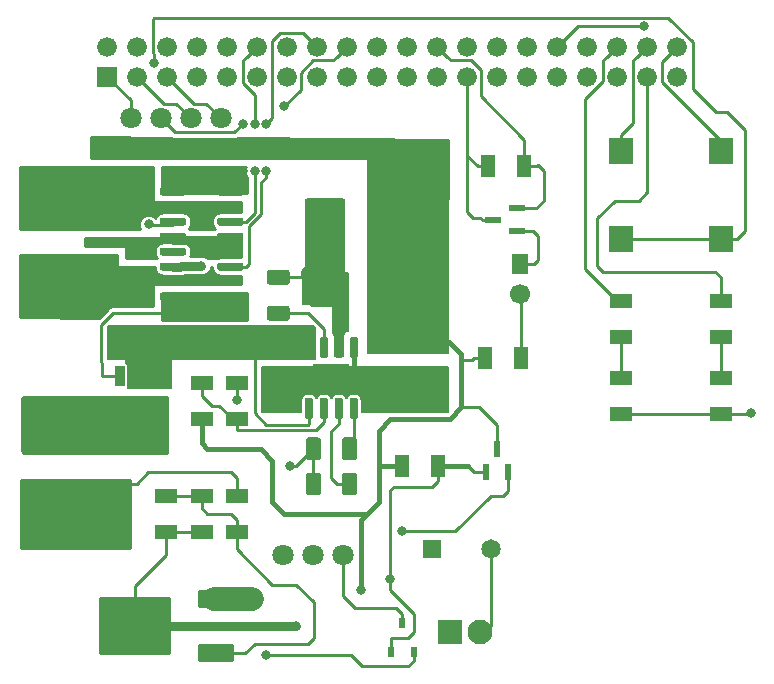
<source format=gtl>
G04 #@! TF.GenerationSoftware,KiCad,Pcbnew,(5.1.2-1)-1*
G04 #@! TF.CreationDate,2019-07-25T00:26:34-07:00*
G04 #@! TF.ProjectId,first_design,66697273-745f-4646-9573-69676e2e6b69,rev?*
G04 #@! TF.SameCoordinates,Original*
G04 #@! TF.FileFunction,Copper,L1,Top*
G04 #@! TF.FilePolarity,Positive*
%FSLAX46Y46*%
G04 Gerber Fmt 4.6, Leading zero omitted, Abs format (unit mm)*
G04 Created by KiCad (PCBNEW (5.1.2-1)-1) date 2019-07-25 00:26:34*
%MOMM*%
%LPD*%
G04 APERTURE LIST*
%ADD10C,0.100000*%
%ADD11C,4.930000*%
%ADD12C,1.530000*%
%ADD13C,3.420000*%
%ADD14C,0.680000*%
%ADD15R,1.430000X1.700000*%
%ADD16C,1.700000*%
%ADD17R,1.920000X1.260000*%
%ADD18R,1.324000X1.324000*%
%ADD19R,3.050000X2.410000*%
%ADD20C,0.670000*%
%ADD21C,1.260000*%
%ADD22R,0.620000X1.350000*%
%ADD23R,1.260000X1.920000*%
%ADD24R,1.676400X1.676400*%
%ADD25C,1.676400*%
%ADD26R,0.820000X1.730000*%
%ADD27R,4.229999X4.169999*%
%ADD28R,2.150000X2.160000*%
%ADD29R,2.100000X2.100000*%
%ADD30C,2.100000*%
%ADD31R,1.650000X1.650000*%
%ADD32C,1.650000*%
%ADD33R,4.630000X4.670000*%
%ADD34R,0.620000X0.970000*%
%ADD35C,1.800000*%
%ADD36R,1.350000X0.620000*%
%ADD37C,0.800000*%
%ADD38C,0.250000*%
%ADD39C,0.400000*%
%ADD40C,0.783000*%
%ADD41C,2.000000*%
%ADD42C,0.254000*%
%ADD43C,0.208000*%
G04 APERTURE END LIST*
D10*
G36*
X13683215Y6963789D02*
G01*
X13707622Y6960169D01*
X13731557Y6954174D01*
X13754789Y6945861D01*
X13777094Y6935312D01*
X13798257Y6922627D01*
X13818076Y6907928D01*
X13836358Y6891358D01*
X13852928Y6873076D01*
X13867627Y6853257D01*
X13880312Y6832094D01*
X13890861Y6809789D01*
X13899174Y6786557D01*
X13905169Y6762622D01*
X13908789Y6738215D01*
X13910000Y6713571D01*
X13910000Y2286429D01*
X13908789Y2261785D01*
X13905169Y2237378D01*
X13899174Y2213443D01*
X13890861Y2190211D01*
X13880312Y2167906D01*
X13867627Y2146743D01*
X13852928Y2126924D01*
X13836358Y2108642D01*
X13818076Y2092072D01*
X13798257Y2077373D01*
X13777094Y2064688D01*
X13754789Y2054139D01*
X13731557Y2045826D01*
X13707622Y2039831D01*
X13683215Y2036211D01*
X13658571Y2035000D01*
X8041429Y2035000D01*
X8016785Y2036211D01*
X7992378Y2039831D01*
X7968443Y2045826D01*
X7945211Y2054139D01*
X7922906Y2064688D01*
X7901743Y2077373D01*
X7881924Y2092072D01*
X7863642Y2108642D01*
X7847072Y2126924D01*
X7832373Y2146743D01*
X7819688Y2167906D01*
X7809139Y2190211D01*
X7800826Y2213443D01*
X7794831Y2237378D01*
X7791211Y2261785D01*
X7790000Y2286429D01*
X7790000Y6713571D01*
X7791211Y6738215D01*
X7794831Y6762622D01*
X7800826Y6786557D01*
X7809139Y6809789D01*
X7819688Y6832094D01*
X7832373Y6853257D01*
X7847072Y6873076D01*
X7863642Y6891358D01*
X7881924Y6907928D01*
X7901743Y6922627D01*
X7922906Y6935312D01*
X7945211Y6945861D01*
X7968443Y6954174D01*
X7992378Y6960169D01*
X8016785Y6963789D01*
X8041429Y6965000D01*
X13658571Y6965000D01*
X13683215Y6963789D01*
X13683215Y6963789D01*
G37*
D11*
X10850000Y4500000D03*
D10*
G36*
X19025054Y7549799D02*
G01*
X19049264Y7546208D01*
X19073004Y7540261D01*
X19096047Y7532016D01*
X19118172Y7521552D01*
X19139164Y7508970D01*
X19158821Y7494391D01*
X19176955Y7477955D01*
X19193391Y7459821D01*
X19207970Y7440164D01*
X19220552Y7419172D01*
X19231016Y7397047D01*
X19239261Y7374004D01*
X19245208Y7350264D01*
X19248799Y7326054D01*
X19250000Y7301610D01*
X19250000Y6270390D01*
X19248799Y6245946D01*
X19245208Y6221736D01*
X19239261Y6197996D01*
X19231016Y6174953D01*
X19220552Y6152828D01*
X19207970Y6131836D01*
X19193391Y6112179D01*
X19176955Y6094045D01*
X19158821Y6077609D01*
X19139164Y6063030D01*
X19118172Y6050448D01*
X19096047Y6039984D01*
X19073004Y6031739D01*
X19049264Y6025792D01*
X19025054Y6022201D01*
X19000610Y6021000D01*
X16459390Y6021000D01*
X16434946Y6022201D01*
X16410736Y6025792D01*
X16386996Y6031739D01*
X16363953Y6039984D01*
X16341828Y6050448D01*
X16320836Y6063030D01*
X16301179Y6077609D01*
X16283045Y6094045D01*
X16266609Y6112179D01*
X16252030Y6131836D01*
X16239448Y6152828D01*
X16228984Y6174953D01*
X16220739Y6197996D01*
X16214792Y6221736D01*
X16211201Y6245946D01*
X16210000Y6270390D01*
X16210000Y7301610D01*
X16211201Y7326054D01*
X16214792Y7350264D01*
X16220739Y7374004D01*
X16228984Y7397047D01*
X16239448Y7419172D01*
X16252030Y7440164D01*
X16266609Y7459821D01*
X16283045Y7477955D01*
X16301179Y7494391D01*
X16320836Y7508970D01*
X16341828Y7521552D01*
X16363953Y7532016D01*
X16386996Y7540261D01*
X16410736Y7546208D01*
X16434946Y7549799D01*
X16459390Y7551000D01*
X19000610Y7551000D01*
X19025054Y7549799D01*
X19025054Y7549799D01*
G37*
D12*
X17730000Y6786000D03*
D10*
G36*
X19024503Y2977796D02*
G01*
X19048772Y2974196D01*
X19072570Y2968235D01*
X19095670Y2959970D01*
X19117849Y2949480D01*
X19138892Y2936867D01*
X19158598Y2922252D01*
X19176776Y2905776D01*
X19193252Y2887598D01*
X19207867Y2867892D01*
X19220480Y2846849D01*
X19230970Y2824670D01*
X19239235Y2801570D01*
X19245196Y2777772D01*
X19248796Y2753503D01*
X19250000Y2728999D01*
X19250000Y1699001D01*
X19248796Y1674497D01*
X19245196Y1650228D01*
X19239235Y1626430D01*
X19230970Y1603330D01*
X19220480Y1581151D01*
X19207867Y1560108D01*
X19193252Y1540402D01*
X19176776Y1522224D01*
X19158598Y1505748D01*
X19138892Y1491133D01*
X19117849Y1478520D01*
X19095670Y1468030D01*
X19072570Y1459765D01*
X19048772Y1453804D01*
X19024503Y1450204D01*
X18999999Y1449000D01*
X16460001Y1449000D01*
X16435497Y1450204D01*
X16411228Y1453804D01*
X16387430Y1459765D01*
X16364330Y1468030D01*
X16342151Y1478520D01*
X16321108Y1491133D01*
X16301402Y1505748D01*
X16283224Y1522224D01*
X16266748Y1540402D01*
X16252133Y1560108D01*
X16239520Y1581151D01*
X16229030Y1603330D01*
X16220765Y1626430D01*
X16214804Y1650228D01*
X16211204Y1674497D01*
X16210000Y1699001D01*
X16210000Y2728999D01*
X16211204Y2753503D01*
X16214804Y2777772D01*
X16220765Y2801570D01*
X16229030Y2824670D01*
X16239520Y2846849D01*
X16252133Y2867892D01*
X16266748Y2887598D01*
X16283224Y2905776D01*
X16301402Y2922252D01*
X16321108Y2936867D01*
X16342151Y2949480D01*
X16364330Y2959970D01*
X16387430Y2968235D01*
X16411228Y2974196D01*
X16435497Y2977796D01*
X16460001Y2979000D01*
X18999999Y2979000D01*
X19024503Y2977796D01*
X19024503Y2977796D01*
G37*
D12*
X17730000Y2214000D03*
D10*
G36*
X28439502Y40703796D02*
G01*
X28463771Y40700196D01*
X28487570Y40694235D01*
X28510670Y40685970D01*
X28532848Y40675480D01*
X28553892Y40662867D01*
X28573598Y40648252D01*
X28591776Y40631776D01*
X28608252Y40613598D01*
X28622867Y40593892D01*
X28635480Y40572848D01*
X28645970Y40550670D01*
X28654235Y40527570D01*
X28660196Y40503771D01*
X28663796Y40479502D01*
X28665000Y40454998D01*
X28665000Y32545002D01*
X28663796Y32520498D01*
X28660196Y32496229D01*
X28654235Y32472430D01*
X28645970Y32449330D01*
X28635480Y32427152D01*
X28622867Y32406108D01*
X28608252Y32386402D01*
X28591776Y32368224D01*
X28573598Y32351748D01*
X28553892Y32337133D01*
X28532848Y32324520D01*
X28510670Y32314030D01*
X28487570Y32305765D01*
X28463771Y32299804D01*
X28439502Y32296204D01*
X28414998Y32295000D01*
X25495002Y32295000D01*
X25470498Y32296204D01*
X25446229Y32299804D01*
X25422430Y32305765D01*
X25399330Y32314030D01*
X25377152Y32324520D01*
X25356108Y32337133D01*
X25336402Y32351748D01*
X25318224Y32368224D01*
X25301748Y32386402D01*
X25287133Y32406108D01*
X25274520Y32427152D01*
X25264030Y32449330D01*
X25255765Y32472430D01*
X25249804Y32496229D01*
X25246204Y32520498D01*
X25245000Y32545002D01*
X25245000Y40454998D01*
X25246204Y40479502D01*
X25249804Y40503771D01*
X25255765Y40527570D01*
X25264030Y40550670D01*
X25274520Y40572848D01*
X25287133Y40593892D01*
X25301748Y40613598D01*
X25318224Y40631776D01*
X25336402Y40648252D01*
X25356108Y40662867D01*
X25377152Y40675480D01*
X25399330Y40685970D01*
X25422430Y40694235D01*
X25446229Y40700196D01*
X25470498Y40703796D01*
X25495002Y40705000D01*
X28414998Y40705000D01*
X28439502Y40703796D01*
X28439502Y40703796D01*
G37*
D13*
X26955000Y36500000D03*
D10*
G36*
X34529502Y40703796D02*
G01*
X34553771Y40700196D01*
X34577570Y40694235D01*
X34600670Y40685970D01*
X34622848Y40675480D01*
X34643892Y40662867D01*
X34663598Y40648252D01*
X34681776Y40631776D01*
X34698252Y40613598D01*
X34712867Y40593892D01*
X34725480Y40572848D01*
X34735970Y40550670D01*
X34744235Y40527570D01*
X34750196Y40503771D01*
X34753796Y40479502D01*
X34755000Y40454998D01*
X34755000Y32545002D01*
X34753796Y32520498D01*
X34750196Y32496229D01*
X34744235Y32472430D01*
X34735970Y32449330D01*
X34725480Y32427152D01*
X34712867Y32406108D01*
X34698252Y32386402D01*
X34681776Y32368224D01*
X34663598Y32351748D01*
X34643892Y32337133D01*
X34622848Y32324520D01*
X34600670Y32314030D01*
X34577570Y32305765D01*
X34553771Y32299804D01*
X34529502Y32296204D01*
X34504998Y32295000D01*
X31585002Y32295000D01*
X31560498Y32296204D01*
X31536229Y32299804D01*
X31512430Y32305765D01*
X31489330Y32314030D01*
X31467152Y32324520D01*
X31446108Y32337133D01*
X31426402Y32351748D01*
X31408224Y32368224D01*
X31391748Y32386402D01*
X31377133Y32406108D01*
X31364520Y32427152D01*
X31354030Y32449330D01*
X31345765Y32472430D01*
X31339804Y32496229D01*
X31336204Y32520498D01*
X31335000Y32545002D01*
X31335000Y40454998D01*
X31336204Y40479502D01*
X31339804Y40503771D01*
X31345765Y40527570D01*
X31354030Y40550670D01*
X31364520Y40572848D01*
X31377133Y40593892D01*
X31391748Y40613598D01*
X31408224Y40631776D01*
X31426402Y40648252D01*
X31446108Y40662867D01*
X31467152Y40675480D01*
X31489330Y40685970D01*
X31512430Y40694235D01*
X31536229Y40700196D01*
X31560498Y40703796D01*
X31585002Y40705000D01*
X34504998Y40705000D01*
X34529502Y40703796D01*
X34529502Y40703796D01*
G37*
D13*
X33045000Y36500000D03*
D10*
G36*
X15013577Y32725024D02*
G01*
X15030079Y32722576D01*
X15046262Y32718523D01*
X15061970Y32712903D01*
X15077051Y32705770D01*
X15091361Y32697193D01*
X15104761Y32687255D01*
X15117122Y32676051D01*
X15128326Y32663690D01*
X15138264Y32650290D01*
X15146841Y32635980D01*
X15153974Y32620899D01*
X15159594Y32605191D01*
X15163647Y32589008D01*
X15166095Y32572506D01*
X15166914Y32555843D01*
X15166914Y32215843D01*
X15166095Y32199180D01*
X15163647Y32182678D01*
X15159594Y32166495D01*
X15153974Y32150787D01*
X15146841Y32135706D01*
X15138264Y32121396D01*
X15128326Y32107996D01*
X15117122Y32095635D01*
X15104761Y32084431D01*
X15091361Y32074493D01*
X15077051Y32065916D01*
X15061970Y32058783D01*
X15046262Y32053163D01*
X15030079Y32049110D01*
X15013577Y32046662D01*
X14996914Y32045843D01*
X13166914Y32045843D01*
X13150251Y32046662D01*
X13133749Y32049110D01*
X13117566Y32053163D01*
X13101858Y32058783D01*
X13086777Y32065916D01*
X13072467Y32074493D01*
X13059067Y32084431D01*
X13046706Y32095635D01*
X13035502Y32107996D01*
X13025564Y32121396D01*
X13016987Y32135706D01*
X13009854Y32150787D01*
X13004234Y32166495D01*
X13000181Y32182678D01*
X12997733Y32199180D01*
X12996914Y32215843D01*
X12996914Y32555843D01*
X12997733Y32572506D01*
X13000181Y32589008D01*
X13004234Y32605191D01*
X13009854Y32620899D01*
X13016987Y32635980D01*
X13025564Y32650290D01*
X13035502Y32663690D01*
X13046706Y32676051D01*
X13059067Y32687255D01*
X13072467Y32697193D01*
X13086777Y32705770D01*
X13101858Y32712903D01*
X13117566Y32718523D01*
X13133749Y32722576D01*
X13150251Y32725024D01*
X13166914Y32725843D01*
X14996914Y32725843D01*
X15013577Y32725024D01*
X15013577Y32725024D01*
G37*
D14*
X14081914Y32385843D03*
D10*
G36*
X15013577Y33995024D02*
G01*
X15030079Y33992576D01*
X15046262Y33988523D01*
X15061970Y33982903D01*
X15077051Y33975770D01*
X15091361Y33967193D01*
X15104761Y33957255D01*
X15117122Y33946051D01*
X15128326Y33933690D01*
X15138264Y33920290D01*
X15146841Y33905980D01*
X15153974Y33890899D01*
X15159594Y33875191D01*
X15163647Y33859008D01*
X15166095Y33842506D01*
X15166914Y33825843D01*
X15166914Y33485843D01*
X15166095Y33469180D01*
X15163647Y33452678D01*
X15159594Y33436495D01*
X15153974Y33420787D01*
X15146841Y33405706D01*
X15138264Y33391396D01*
X15128326Y33377996D01*
X15117122Y33365635D01*
X15104761Y33354431D01*
X15091361Y33344493D01*
X15077051Y33335916D01*
X15061970Y33328783D01*
X15046262Y33323163D01*
X15030079Y33319110D01*
X15013577Y33316662D01*
X14996914Y33315843D01*
X13166914Y33315843D01*
X13150251Y33316662D01*
X13133749Y33319110D01*
X13117566Y33323163D01*
X13101858Y33328783D01*
X13086777Y33335916D01*
X13072467Y33344493D01*
X13059067Y33354431D01*
X13046706Y33365635D01*
X13035502Y33377996D01*
X13025564Y33391396D01*
X13016987Y33405706D01*
X13009854Y33420787D01*
X13004234Y33436495D01*
X13000181Y33452678D01*
X12997733Y33469180D01*
X12996914Y33485843D01*
X12996914Y33825843D01*
X12997733Y33842506D01*
X13000181Y33859008D01*
X13004234Y33875191D01*
X13009854Y33890899D01*
X13016987Y33905980D01*
X13025564Y33920290D01*
X13035502Y33933690D01*
X13046706Y33946051D01*
X13059067Y33957255D01*
X13072467Y33967193D01*
X13086777Y33975770D01*
X13101858Y33982903D01*
X13117566Y33988523D01*
X13133749Y33992576D01*
X13150251Y33995024D01*
X13166914Y33995843D01*
X14996914Y33995843D01*
X15013577Y33995024D01*
X15013577Y33995024D01*
G37*
D14*
X14081914Y33655843D03*
D10*
G36*
X15013577Y35265024D02*
G01*
X15030079Y35262576D01*
X15046262Y35258523D01*
X15061970Y35252903D01*
X15077051Y35245770D01*
X15091361Y35237193D01*
X15104761Y35227255D01*
X15117122Y35216051D01*
X15128326Y35203690D01*
X15138264Y35190290D01*
X15146841Y35175980D01*
X15153974Y35160899D01*
X15159594Y35145191D01*
X15163647Y35129008D01*
X15166095Y35112506D01*
X15166914Y35095843D01*
X15166914Y34755843D01*
X15166095Y34739180D01*
X15163647Y34722678D01*
X15159594Y34706495D01*
X15153974Y34690787D01*
X15146841Y34675706D01*
X15138264Y34661396D01*
X15128326Y34647996D01*
X15117122Y34635635D01*
X15104761Y34624431D01*
X15091361Y34614493D01*
X15077051Y34605916D01*
X15061970Y34598783D01*
X15046262Y34593163D01*
X15030079Y34589110D01*
X15013577Y34586662D01*
X14996914Y34585843D01*
X13166914Y34585843D01*
X13150251Y34586662D01*
X13133749Y34589110D01*
X13117566Y34593163D01*
X13101858Y34598783D01*
X13086777Y34605916D01*
X13072467Y34614493D01*
X13059067Y34624431D01*
X13046706Y34635635D01*
X13035502Y34647996D01*
X13025564Y34661396D01*
X13016987Y34675706D01*
X13009854Y34690787D01*
X13004234Y34706495D01*
X13000181Y34722678D01*
X12997733Y34739180D01*
X12996914Y34755843D01*
X12996914Y35095843D01*
X12997733Y35112506D01*
X13000181Y35129008D01*
X13004234Y35145191D01*
X13009854Y35160899D01*
X13016987Y35175980D01*
X13025564Y35190290D01*
X13035502Y35203690D01*
X13046706Y35216051D01*
X13059067Y35227255D01*
X13072467Y35237193D01*
X13086777Y35245770D01*
X13101858Y35252903D01*
X13117566Y35258523D01*
X13133749Y35262576D01*
X13150251Y35265024D01*
X13166914Y35265843D01*
X14996914Y35265843D01*
X15013577Y35265024D01*
X15013577Y35265024D01*
G37*
D14*
X14081914Y34925843D03*
D10*
G36*
X15013577Y36535024D02*
G01*
X15030079Y36532576D01*
X15046262Y36528523D01*
X15061970Y36522903D01*
X15077051Y36515770D01*
X15091361Y36507193D01*
X15104761Y36497255D01*
X15117122Y36486051D01*
X15128326Y36473690D01*
X15138264Y36460290D01*
X15146841Y36445980D01*
X15153974Y36430899D01*
X15159594Y36415191D01*
X15163647Y36399008D01*
X15166095Y36382506D01*
X15166914Y36365843D01*
X15166914Y36025843D01*
X15166095Y36009180D01*
X15163647Y35992678D01*
X15159594Y35976495D01*
X15153974Y35960787D01*
X15146841Y35945706D01*
X15138264Y35931396D01*
X15128326Y35917996D01*
X15117122Y35905635D01*
X15104761Y35894431D01*
X15091361Y35884493D01*
X15077051Y35875916D01*
X15061970Y35868783D01*
X15046262Y35863163D01*
X15030079Y35859110D01*
X15013577Y35856662D01*
X14996914Y35855843D01*
X13166914Y35855843D01*
X13150251Y35856662D01*
X13133749Y35859110D01*
X13117566Y35863163D01*
X13101858Y35868783D01*
X13086777Y35875916D01*
X13072467Y35884493D01*
X13059067Y35894431D01*
X13046706Y35905635D01*
X13035502Y35917996D01*
X13025564Y35931396D01*
X13016987Y35945706D01*
X13009854Y35960787D01*
X13004234Y35976495D01*
X13000181Y35992678D01*
X12997733Y36009180D01*
X12996914Y36025843D01*
X12996914Y36365843D01*
X12997733Y36382506D01*
X13000181Y36399008D01*
X13004234Y36415191D01*
X13009854Y36430899D01*
X13016987Y36445980D01*
X13025564Y36460290D01*
X13035502Y36473690D01*
X13046706Y36486051D01*
X13059067Y36497255D01*
X13072467Y36507193D01*
X13086777Y36515770D01*
X13101858Y36522903D01*
X13117566Y36528523D01*
X13133749Y36532576D01*
X13150251Y36535024D01*
X13166914Y36535843D01*
X14996914Y36535843D01*
X15013577Y36535024D01*
X15013577Y36535024D01*
G37*
D14*
X14081914Y36195843D03*
D10*
G36*
X15013577Y37805024D02*
G01*
X15030079Y37802576D01*
X15046262Y37798523D01*
X15061970Y37792903D01*
X15077051Y37785770D01*
X15091361Y37777193D01*
X15104761Y37767255D01*
X15117122Y37756051D01*
X15128326Y37743690D01*
X15138264Y37730290D01*
X15146841Y37715980D01*
X15153974Y37700899D01*
X15159594Y37685191D01*
X15163647Y37669008D01*
X15166095Y37652506D01*
X15166914Y37635843D01*
X15166914Y37295843D01*
X15166095Y37279180D01*
X15163647Y37262678D01*
X15159594Y37246495D01*
X15153974Y37230787D01*
X15146841Y37215706D01*
X15138264Y37201396D01*
X15128326Y37187996D01*
X15117122Y37175635D01*
X15104761Y37164431D01*
X15091361Y37154493D01*
X15077051Y37145916D01*
X15061970Y37138783D01*
X15046262Y37133163D01*
X15030079Y37129110D01*
X15013577Y37126662D01*
X14996914Y37125843D01*
X13166914Y37125843D01*
X13150251Y37126662D01*
X13133749Y37129110D01*
X13117566Y37133163D01*
X13101858Y37138783D01*
X13086777Y37145916D01*
X13072467Y37154493D01*
X13059067Y37164431D01*
X13046706Y37175635D01*
X13035502Y37187996D01*
X13025564Y37201396D01*
X13016987Y37215706D01*
X13009854Y37230787D01*
X13004234Y37246495D01*
X13000181Y37262678D01*
X12997733Y37279180D01*
X12996914Y37295843D01*
X12996914Y37635843D01*
X12997733Y37652506D01*
X13000181Y37669008D01*
X13004234Y37685191D01*
X13009854Y37700899D01*
X13016987Y37715980D01*
X13025564Y37730290D01*
X13035502Y37743690D01*
X13046706Y37756051D01*
X13059067Y37767255D01*
X13072467Y37777193D01*
X13086777Y37785770D01*
X13101858Y37792903D01*
X13117566Y37798523D01*
X13133749Y37802576D01*
X13150251Y37805024D01*
X13166914Y37805843D01*
X14996914Y37805843D01*
X15013577Y37805024D01*
X15013577Y37805024D01*
G37*
D14*
X14081914Y37465843D03*
D10*
G36*
X15013577Y39075024D02*
G01*
X15030079Y39072576D01*
X15046262Y39068523D01*
X15061970Y39062903D01*
X15077051Y39055770D01*
X15091361Y39047193D01*
X15104761Y39037255D01*
X15117122Y39026051D01*
X15128326Y39013690D01*
X15138264Y39000290D01*
X15146841Y38985980D01*
X15153974Y38970899D01*
X15159594Y38955191D01*
X15163647Y38939008D01*
X15166095Y38922506D01*
X15166914Y38905843D01*
X15166914Y38565843D01*
X15166095Y38549180D01*
X15163647Y38532678D01*
X15159594Y38516495D01*
X15153974Y38500787D01*
X15146841Y38485706D01*
X15138264Y38471396D01*
X15128326Y38457996D01*
X15117122Y38445635D01*
X15104761Y38434431D01*
X15091361Y38424493D01*
X15077051Y38415916D01*
X15061970Y38408783D01*
X15046262Y38403163D01*
X15030079Y38399110D01*
X15013577Y38396662D01*
X14996914Y38395843D01*
X13166914Y38395843D01*
X13150251Y38396662D01*
X13133749Y38399110D01*
X13117566Y38403163D01*
X13101858Y38408783D01*
X13086777Y38415916D01*
X13072467Y38424493D01*
X13059067Y38434431D01*
X13046706Y38445635D01*
X13035502Y38457996D01*
X13025564Y38471396D01*
X13016987Y38485706D01*
X13009854Y38500787D01*
X13004234Y38516495D01*
X13000181Y38532678D01*
X12997733Y38549180D01*
X12996914Y38565843D01*
X12996914Y38905843D01*
X12997733Y38922506D01*
X13000181Y38939008D01*
X13004234Y38955191D01*
X13009854Y38970899D01*
X13016987Y38985980D01*
X13025564Y39000290D01*
X13035502Y39013690D01*
X13046706Y39026051D01*
X13059067Y39037255D01*
X13072467Y39047193D01*
X13086777Y39055770D01*
X13101858Y39062903D01*
X13117566Y39068523D01*
X13133749Y39072576D01*
X13150251Y39075024D01*
X13166914Y39075843D01*
X14996914Y39075843D01*
X15013577Y39075024D01*
X15013577Y39075024D01*
G37*
D14*
X14081914Y38735843D03*
D10*
G36*
X15013577Y40345024D02*
G01*
X15030079Y40342576D01*
X15046262Y40338523D01*
X15061970Y40332903D01*
X15077051Y40325770D01*
X15091361Y40317193D01*
X15104761Y40307255D01*
X15117122Y40296051D01*
X15128326Y40283690D01*
X15138264Y40270290D01*
X15146841Y40255980D01*
X15153974Y40240899D01*
X15159594Y40225191D01*
X15163647Y40209008D01*
X15166095Y40192506D01*
X15166914Y40175843D01*
X15166914Y39835843D01*
X15166095Y39819180D01*
X15163647Y39802678D01*
X15159594Y39786495D01*
X15153974Y39770787D01*
X15146841Y39755706D01*
X15138264Y39741396D01*
X15128326Y39727996D01*
X15117122Y39715635D01*
X15104761Y39704431D01*
X15091361Y39694493D01*
X15077051Y39685916D01*
X15061970Y39678783D01*
X15046262Y39673163D01*
X15030079Y39669110D01*
X15013577Y39666662D01*
X14996914Y39665843D01*
X13166914Y39665843D01*
X13150251Y39666662D01*
X13133749Y39669110D01*
X13117566Y39673163D01*
X13101858Y39678783D01*
X13086777Y39685916D01*
X13072467Y39694493D01*
X13059067Y39704431D01*
X13046706Y39715635D01*
X13035502Y39727996D01*
X13025564Y39741396D01*
X13016987Y39755706D01*
X13009854Y39770787D01*
X13004234Y39786495D01*
X13000181Y39802678D01*
X12997733Y39819180D01*
X12996914Y39835843D01*
X12996914Y40175843D01*
X12997733Y40192506D01*
X13000181Y40209008D01*
X13004234Y40225191D01*
X13009854Y40240899D01*
X13016987Y40255980D01*
X13025564Y40270290D01*
X13035502Y40283690D01*
X13046706Y40296051D01*
X13059067Y40307255D01*
X13072467Y40317193D01*
X13086777Y40325770D01*
X13101858Y40332903D01*
X13117566Y40338523D01*
X13133749Y40342576D01*
X13150251Y40345024D01*
X13166914Y40345843D01*
X14996914Y40345843D01*
X15013577Y40345024D01*
X15013577Y40345024D01*
G37*
D14*
X14081914Y40005843D03*
D10*
G36*
X15013577Y41615024D02*
G01*
X15030079Y41612576D01*
X15046262Y41608523D01*
X15061970Y41602903D01*
X15077051Y41595770D01*
X15091361Y41587193D01*
X15104761Y41577255D01*
X15117122Y41566051D01*
X15128326Y41553690D01*
X15138264Y41540290D01*
X15146841Y41525980D01*
X15153974Y41510899D01*
X15159594Y41495191D01*
X15163647Y41479008D01*
X15166095Y41462506D01*
X15166914Y41445843D01*
X15166914Y41105843D01*
X15166095Y41089180D01*
X15163647Y41072678D01*
X15159594Y41056495D01*
X15153974Y41040787D01*
X15146841Y41025706D01*
X15138264Y41011396D01*
X15128326Y40997996D01*
X15117122Y40985635D01*
X15104761Y40974431D01*
X15091361Y40964493D01*
X15077051Y40955916D01*
X15061970Y40948783D01*
X15046262Y40943163D01*
X15030079Y40939110D01*
X15013577Y40936662D01*
X14996914Y40935843D01*
X13166914Y40935843D01*
X13150251Y40936662D01*
X13133749Y40939110D01*
X13117566Y40943163D01*
X13101858Y40948783D01*
X13086777Y40955916D01*
X13072467Y40964493D01*
X13059067Y40974431D01*
X13046706Y40985635D01*
X13035502Y40997996D01*
X13025564Y41011396D01*
X13016987Y41025706D01*
X13009854Y41040787D01*
X13004234Y41056495D01*
X13000181Y41072678D01*
X12997733Y41089180D01*
X12996914Y41105843D01*
X12996914Y41445843D01*
X12997733Y41462506D01*
X13000181Y41479008D01*
X13004234Y41495191D01*
X13009854Y41510899D01*
X13016987Y41525980D01*
X13025564Y41540290D01*
X13035502Y41553690D01*
X13046706Y41566051D01*
X13059067Y41577255D01*
X13072467Y41587193D01*
X13086777Y41595770D01*
X13101858Y41602903D01*
X13117566Y41608523D01*
X13133749Y41612576D01*
X13150251Y41615024D01*
X13166914Y41615843D01*
X14996914Y41615843D01*
X15013577Y41615024D01*
X15013577Y41615024D01*
G37*
D14*
X14081914Y41275843D03*
D10*
G36*
X19863577Y41615024D02*
G01*
X19880079Y41612576D01*
X19896262Y41608523D01*
X19911970Y41602903D01*
X19927051Y41595770D01*
X19941361Y41587193D01*
X19954761Y41577255D01*
X19967122Y41566051D01*
X19978326Y41553690D01*
X19988264Y41540290D01*
X19996841Y41525980D01*
X20003974Y41510899D01*
X20009594Y41495191D01*
X20013647Y41479008D01*
X20016095Y41462506D01*
X20016914Y41445843D01*
X20016914Y41105843D01*
X20016095Y41089180D01*
X20013647Y41072678D01*
X20009594Y41056495D01*
X20003974Y41040787D01*
X19996841Y41025706D01*
X19988264Y41011396D01*
X19978326Y40997996D01*
X19967122Y40985635D01*
X19954761Y40974431D01*
X19941361Y40964493D01*
X19927051Y40955916D01*
X19911970Y40948783D01*
X19896262Y40943163D01*
X19880079Y40939110D01*
X19863577Y40936662D01*
X19846914Y40935843D01*
X18016914Y40935843D01*
X18000251Y40936662D01*
X17983749Y40939110D01*
X17967566Y40943163D01*
X17951858Y40948783D01*
X17936777Y40955916D01*
X17922467Y40964493D01*
X17909067Y40974431D01*
X17896706Y40985635D01*
X17885502Y40997996D01*
X17875564Y41011396D01*
X17866987Y41025706D01*
X17859854Y41040787D01*
X17854234Y41056495D01*
X17850181Y41072678D01*
X17847733Y41089180D01*
X17846914Y41105843D01*
X17846914Y41445843D01*
X17847733Y41462506D01*
X17850181Y41479008D01*
X17854234Y41495191D01*
X17859854Y41510899D01*
X17866987Y41525980D01*
X17875564Y41540290D01*
X17885502Y41553690D01*
X17896706Y41566051D01*
X17909067Y41577255D01*
X17922467Y41587193D01*
X17936777Y41595770D01*
X17951858Y41602903D01*
X17967566Y41608523D01*
X17983749Y41612576D01*
X18000251Y41615024D01*
X18016914Y41615843D01*
X19846914Y41615843D01*
X19863577Y41615024D01*
X19863577Y41615024D01*
G37*
D14*
X18931914Y41275843D03*
D10*
G36*
X19863577Y40345024D02*
G01*
X19880079Y40342576D01*
X19896262Y40338523D01*
X19911970Y40332903D01*
X19927051Y40325770D01*
X19941361Y40317193D01*
X19954761Y40307255D01*
X19967122Y40296051D01*
X19978326Y40283690D01*
X19988264Y40270290D01*
X19996841Y40255980D01*
X20003974Y40240899D01*
X20009594Y40225191D01*
X20013647Y40209008D01*
X20016095Y40192506D01*
X20016914Y40175843D01*
X20016914Y39835843D01*
X20016095Y39819180D01*
X20013647Y39802678D01*
X20009594Y39786495D01*
X20003974Y39770787D01*
X19996841Y39755706D01*
X19988264Y39741396D01*
X19978326Y39727996D01*
X19967122Y39715635D01*
X19954761Y39704431D01*
X19941361Y39694493D01*
X19927051Y39685916D01*
X19911970Y39678783D01*
X19896262Y39673163D01*
X19880079Y39669110D01*
X19863577Y39666662D01*
X19846914Y39665843D01*
X18016914Y39665843D01*
X18000251Y39666662D01*
X17983749Y39669110D01*
X17967566Y39673163D01*
X17951858Y39678783D01*
X17936777Y39685916D01*
X17922467Y39694493D01*
X17909067Y39704431D01*
X17896706Y39715635D01*
X17885502Y39727996D01*
X17875564Y39741396D01*
X17866987Y39755706D01*
X17859854Y39770787D01*
X17854234Y39786495D01*
X17850181Y39802678D01*
X17847733Y39819180D01*
X17846914Y39835843D01*
X17846914Y40175843D01*
X17847733Y40192506D01*
X17850181Y40209008D01*
X17854234Y40225191D01*
X17859854Y40240899D01*
X17866987Y40255980D01*
X17875564Y40270290D01*
X17885502Y40283690D01*
X17896706Y40296051D01*
X17909067Y40307255D01*
X17922467Y40317193D01*
X17936777Y40325770D01*
X17951858Y40332903D01*
X17967566Y40338523D01*
X17983749Y40342576D01*
X18000251Y40345024D01*
X18016914Y40345843D01*
X19846914Y40345843D01*
X19863577Y40345024D01*
X19863577Y40345024D01*
G37*
D14*
X18931914Y40005843D03*
D10*
G36*
X19863577Y39075024D02*
G01*
X19880079Y39072576D01*
X19896262Y39068523D01*
X19911970Y39062903D01*
X19927051Y39055770D01*
X19941361Y39047193D01*
X19954761Y39037255D01*
X19967122Y39026051D01*
X19978326Y39013690D01*
X19988264Y39000290D01*
X19996841Y38985980D01*
X20003974Y38970899D01*
X20009594Y38955191D01*
X20013647Y38939008D01*
X20016095Y38922506D01*
X20016914Y38905843D01*
X20016914Y38565843D01*
X20016095Y38549180D01*
X20013647Y38532678D01*
X20009594Y38516495D01*
X20003974Y38500787D01*
X19996841Y38485706D01*
X19988264Y38471396D01*
X19978326Y38457996D01*
X19967122Y38445635D01*
X19954761Y38434431D01*
X19941361Y38424493D01*
X19927051Y38415916D01*
X19911970Y38408783D01*
X19896262Y38403163D01*
X19880079Y38399110D01*
X19863577Y38396662D01*
X19846914Y38395843D01*
X18016914Y38395843D01*
X18000251Y38396662D01*
X17983749Y38399110D01*
X17967566Y38403163D01*
X17951858Y38408783D01*
X17936777Y38415916D01*
X17922467Y38424493D01*
X17909067Y38434431D01*
X17896706Y38445635D01*
X17885502Y38457996D01*
X17875564Y38471396D01*
X17866987Y38485706D01*
X17859854Y38500787D01*
X17854234Y38516495D01*
X17850181Y38532678D01*
X17847733Y38549180D01*
X17846914Y38565843D01*
X17846914Y38905843D01*
X17847733Y38922506D01*
X17850181Y38939008D01*
X17854234Y38955191D01*
X17859854Y38970899D01*
X17866987Y38985980D01*
X17875564Y39000290D01*
X17885502Y39013690D01*
X17896706Y39026051D01*
X17909067Y39037255D01*
X17922467Y39047193D01*
X17936777Y39055770D01*
X17951858Y39062903D01*
X17967566Y39068523D01*
X17983749Y39072576D01*
X18000251Y39075024D01*
X18016914Y39075843D01*
X19846914Y39075843D01*
X19863577Y39075024D01*
X19863577Y39075024D01*
G37*
D14*
X18931914Y38735843D03*
D10*
G36*
X19863577Y37805024D02*
G01*
X19880079Y37802576D01*
X19896262Y37798523D01*
X19911970Y37792903D01*
X19927051Y37785770D01*
X19941361Y37777193D01*
X19954761Y37767255D01*
X19967122Y37756051D01*
X19978326Y37743690D01*
X19988264Y37730290D01*
X19996841Y37715980D01*
X20003974Y37700899D01*
X20009594Y37685191D01*
X20013647Y37669008D01*
X20016095Y37652506D01*
X20016914Y37635843D01*
X20016914Y37295843D01*
X20016095Y37279180D01*
X20013647Y37262678D01*
X20009594Y37246495D01*
X20003974Y37230787D01*
X19996841Y37215706D01*
X19988264Y37201396D01*
X19978326Y37187996D01*
X19967122Y37175635D01*
X19954761Y37164431D01*
X19941361Y37154493D01*
X19927051Y37145916D01*
X19911970Y37138783D01*
X19896262Y37133163D01*
X19880079Y37129110D01*
X19863577Y37126662D01*
X19846914Y37125843D01*
X18016914Y37125843D01*
X18000251Y37126662D01*
X17983749Y37129110D01*
X17967566Y37133163D01*
X17951858Y37138783D01*
X17936777Y37145916D01*
X17922467Y37154493D01*
X17909067Y37164431D01*
X17896706Y37175635D01*
X17885502Y37187996D01*
X17875564Y37201396D01*
X17866987Y37215706D01*
X17859854Y37230787D01*
X17854234Y37246495D01*
X17850181Y37262678D01*
X17847733Y37279180D01*
X17846914Y37295843D01*
X17846914Y37635843D01*
X17847733Y37652506D01*
X17850181Y37669008D01*
X17854234Y37685191D01*
X17859854Y37700899D01*
X17866987Y37715980D01*
X17875564Y37730290D01*
X17885502Y37743690D01*
X17896706Y37756051D01*
X17909067Y37767255D01*
X17922467Y37777193D01*
X17936777Y37785770D01*
X17951858Y37792903D01*
X17967566Y37798523D01*
X17983749Y37802576D01*
X18000251Y37805024D01*
X18016914Y37805843D01*
X19846914Y37805843D01*
X19863577Y37805024D01*
X19863577Y37805024D01*
G37*
D14*
X18931914Y37465843D03*
D10*
G36*
X19863577Y36535024D02*
G01*
X19880079Y36532576D01*
X19896262Y36528523D01*
X19911970Y36522903D01*
X19927051Y36515770D01*
X19941361Y36507193D01*
X19954761Y36497255D01*
X19967122Y36486051D01*
X19978326Y36473690D01*
X19988264Y36460290D01*
X19996841Y36445980D01*
X20003974Y36430899D01*
X20009594Y36415191D01*
X20013647Y36399008D01*
X20016095Y36382506D01*
X20016914Y36365843D01*
X20016914Y36025843D01*
X20016095Y36009180D01*
X20013647Y35992678D01*
X20009594Y35976495D01*
X20003974Y35960787D01*
X19996841Y35945706D01*
X19988264Y35931396D01*
X19978326Y35917996D01*
X19967122Y35905635D01*
X19954761Y35894431D01*
X19941361Y35884493D01*
X19927051Y35875916D01*
X19911970Y35868783D01*
X19896262Y35863163D01*
X19880079Y35859110D01*
X19863577Y35856662D01*
X19846914Y35855843D01*
X18016914Y35855843D01*
X18000251Y35856662D01*
X17983749Y35859110D01*
X17967566Y35863163D01*
X17951858Y35868783D01*
X17936777Y35875916D01*
X17922467Y35884493D01*
X17909067Y35894431D01*
X17896706Y35905635D01*
X17885502Y35917996D01*
X17875564Y35931396D01*
X17866987Y35945706D01*
X17859854Y35960787D01*
X17854234Y35976495D01*
X17850181Y35992678D01*
X17847733Y36009180D01*
X17846914Y36025843D01*
X17846914Y36365843D01*
X17847733Y36382506D01*
X17850181Y36399008D01*
X17854234Y36415191D01*
X17859854Y36430899D01*
X17866987Y36445980D01*
X17875564Y36460290D01*
X17885502Y36473690D01*
X17896706Y36486051D01*
X17909067Y36497255D01*
X17922467Y36507193D01*
X17936777Y36515770D01*
X17951858Y36522903D01*
X17967566Y36528523D01*
X17983749Y36532576D01*
X18000251Y36535024D01*
X18016914Y36535843D01*
X19846914Y36535843D01*
X19863577Y36535024D01*
X19863577Y36535024D01*
G37*
D14*
X18931914Y36195843D03*
D10*
G36*
X19863577Y35265024D02*
G01*
X19880079Y35262576D01*
X19896262Y35258523D01*
X19911970Y35252903D01*
X19927051Y35245770D01*
X19941361Y35237193D01*
X19954761Y35227255D01*
X19967122Y35216051D01*
X19978326Y35203690D01*
X19988264Y35190290D01*
X19996841Y35175980D01*
X20003974Y35160899D01*
X20009594Y35145191D01*
X20013647Y35129008D01*
X20016095Y35112506D01*
X20016914Y35095843D01*
X20016914Y34755843D01*
X20016095Y34739180D01*
X20013647Y34722678D01*
X20009594Y34706495D01*
X20003974Y34690787D01*
X19996841Y34675706D01*
X19988264Y34661396D01*
X19978326Y34647996D01*
X19967122Y34635635D01*
X19954761Y34624431D01*
X19941361Y34614493D01*
X19927051Y34605916D01*
X19911970Y34598783D01*
X19896262Y34593163D01*
X19880079Y34589110D01*
X19863577Y34586662D01*
X19846914Y34585843D01*
X18016914Y34585843D01*
X18000251Y34586662D01*
X17983749Y34589110D01*
X17967566Y34593163D01*
X17951858Y34598783D01*
X17936777Y34605916D01*
X17922467Y34614493D01*
X17909067Y34624431D01*
X17896706Y34635635D01*
X17885502Y34647996D01*
X17875564Y34661396D01*
X17866987Y34675706D01*
X17859854Y34690787D01*
X17854234Y34706495D01*
X17850181Y34722678D01*
X17847733Y34739180D01*
X17846914Y34755843D01*
X17846914Y35095843D01*
X17847733Y35112506D01*
X17850181Y35129008D01*
X17854234Y35145191D01*
X17859854Y35160899D01*
X17866987Y35175980D01*
X17875564Y35190290D01*
X17885502Y35203690D01*
X17896706Y35216051D01*
X17909067Y35227255D01*
X17922467Y35237193D01*
X17936777Y35245770D01*
X17951858Y35252903D01*
X17967566Y35258523D01*
X17983749Y35262576D01*
X18000251Y35265024D01*
X18016914Y35265843D01*
X19846914Y35265843D01*
X19863577Y35265024D01*
X19863577Y35265024D01*
G37*
D14*
X18931914Y34925843D03*
D10*
G36*
X19863577Y33995024D02*
G01*
X19880079Y33992576D01*
X19896262Y33988523D01*
X19911970Y33982903D01*
X19927051Y33975770D01*
X19941361Y33967193D01*
X19954761Y33957255D01*
X19967122Y33946051D01*
X19978326Y33933690D01*
X19988264Y33920290D01*
X19996841Y33905980D01*
X20003974Y33890899D01*
X20009594Y33875191D01*
X20013647Y33859008D01*
X20016095Y33842506D01*
X20016914Y33825843D01*
X20016914Y33485843D01*
X20016095Y33469180D01*
X20013647Y33452678D01*
X20009594Y33436495D01*
X20003974Y33420787D01*
X19996841Y33405706D01*
X19988264Y33391396D01*
X19978326Y33377996D01*
X19967122Y33365635D01*
X19954761Y33354431D01*
X19941361Y33344493D01*
X19927051Y33335916D01*
X19911970Y33328783D01*
X19896262Y33323163D01*
X19880079Y33319110D01*
X19863577Y33316662D01*
X19846914Y33315843D01*
X18016914Y33315843D01*
X18000251Y33316662D01*
X17983749Y33319110D01*
X17967566Y33323163D01*
X17951858Y33328783D01*
X17936777Y33335916D01*
X17922467Y33344493D01*
X17909067Y33354431D01*
X17896706Y33365635D01*
X17885502Y33377996D01*
X17875564Y33391396D01*
X17866987Y33405706D01*
X17859854Y33420787D01*
X17854234Y33436495D01*
X17850181Y33452678D01*
X17847733Y33469180D01*
X17846914Y33485843D01*
X17846914Y33825843D01*
X17847733Y33842506D01*
X17850181Y33859008D01*
X17854234Y33875191D01*
X17859854Y33890899D01*
X17866987Y33905980D01*
X17875564Y33920290D01*
X17885502Y33933690D01*
X17896706Y33946051D01*
X17909067Y33957255D01*
X17922467Y33967193D01*
X17936777Y33975770D01*
X17951858Y33982903D01*
X17967566Y33988523D01*
X17983749Y33992576D01*
X18000251Y33995024D01*
X18016914Y33995843D01*
X19846914Y33995843D01*
X19863577Y33995024D01*
X19863577Y33995024D01*
G37*
D14*
X18931914Y33655843D03*
D10*
G36*
X19863577Y32725024D02*
G01*
X19880079Y32722576D01*
X19896262Y32718523D01*
X19911970Y32712903D01*
X19927051Y32705770D01*
X19941361Y32697193D01*
X19954761Y32687255D01*
X19967122Y32676051D01*
X19978326Y32663690D01*
X19988264Y32650290D01*
X19996841Y32635980D01*
X20003974Y32620899D01*
X20009594Y32605191D01*
X20013647Y32589008D01*
X20016095Y32572506D01*
X20016914Y32555843D01*
X20016914Y32215843D01*
X20016095Y32199180D01*
X20013647Y32182678D01*
X20009594Y32166495D01*
X20003974Y32150787D01*
X19996841Y32135706D01*
X19988264Y32121396D01*
X19978326Y32107996D01*
X19967122Y32095635D01*
X19954761Y32084431D01*
X19941361Y32074493D01*
X19927051Y32065916D01*
X19911970Y32058783D01*
X19896262Y32053163D01*
X19880079Y32049110D01*
X19863577Y32046662D01*
X19846914Y32045843D01*
X18016914Y32045843D01*
X18000251Y32046662D01*
X17983749Y32049110D01*
X17967566Y32053163D01*
X17951858Y32058783D01*
X17936777Y32065916D01*
X17922467Y32074493D01*
X17909067Y32084431D01*
X17896706Y32095635D01*
X17885502Y32107996D01*
X17875564Y32121396D01*
X17866987Y32135706D01*
X17859854Y32150787D01*
X17854234Y32166495D01*
X17850181Y32182678D01*
X17847733Y32199180D01*
X17846914Y32215843D01*
X17846914Y32555843D01*
X17847733Y32572506D01*
X17850181Y32589008D01*
X17854234Y32605191D01*
X17859854Y32620899D01*
X17866987Y32635980D01*
X17875564Y32650290D01*
X17885502Y32663690D01*
X17896706Y32676051D01*
X17909067Y32687255D01*
X17922467Y32697193D01*
X17936777Y32705770D01*
X17951858Y32712903D01*
X17967566Y32718523D01*
X17983749Y32722576D01*
X18000251Y32725024D01*
X18016914Y32725843D01*
X19846914Y32725843D01*
X19863577Y32725024D01*
X19863577Y32725024D01*
G37*
D14*
X18931914Y32385843D03*
D15*
X43500000Y35170000D03*
D16*
X43500000Y32630000D03*
D17*
X60500000Y22475000D03*
X60500000Y25525000D03*
X52000000Y22475000D03*
X52000000Y25525000D03*
D18*
X26738000Y25500000D03*
X28262000Y25500000D03*
D19*
X27500000Y25500000D03*
D10*
G36*
X25776682Y28964182D02*
G01*
X25793182Y28961734D01*
X25809363Y28957681D01*
X25825069Y28952061D01*
X25840149Y28944929D01*
X25854456Y28936353D01*
X25867855Y28926417D01*
X25880214Y28915214D01*
X25891417Y28902855D01*
X25901353Y28889456D01*
X25909929Y28875149D01*
X25917061Y28860069D01*
X25922681Y28844363D01*
X25926734Y28828182D01*
X25929182Y28811682D01*
X25930000Y28795021D01*
X25930000Y27354979D01*
X25929182Y27338318D01*
X25926734Y27321818D01*
X25922681Y27305637D01*
X25917061Y27289931D01*
X25909929Y27274851D01*
X25901353Y27260544D01*
X25891417Y27247145D01*
X25880214Y27234786D01*
X25867855Y27223583D01*
X25854456Y27213647D01*
X25840149Y27205071D01*
X25825069Y27197939D01*
X25809363Y27192319D01*
X25793182Y27188266D01*
X25776682Y27185818D01*
X25760021Y27185000D01*
X25429979Y27185000D01*
X25413318Y27185818D01*
X25396818Y27188266D01*
X25380637Y27192319D01*
X25364931Y27197939D01*
X25349851Y27205071D01*
X25335544Y27213647D01*
X25322145Y27223583D01*
X25309786Y27234786D01*
X25298583Y27247145D01*
X25288647Y27260544D01*
X25280071Y27274851D01*
X25272939Y27289931D01*
X25267319Y27305637D01*
X25263266Y27321818D01*
X25260818Y27338318D01*
X25260000Y27354979D01*
X25260000Y28795021D01*
X25260818Y28811682D01*
X25263266Y28828182D01*
X25267319Y28844363D01*
X25272939Y28860069D01*
X25280071Y28875149D01*
X25288647Y28889456D01*
X25298583Y28902855D01*
X25309786Y28915214D01*
X25322145Y28926417D01*
X25335544Y28936353D01*
X25349851Y28944929D01*
X25364931Y28952061D01*
X25380637Y28957681D01*
X25396818Y28961734D01*
X25413318Y28964182D01*
X25429979Y28965000D01*
X25760021Y28965000D01*
X25776682Y28964182D01*
X25776682Y28964182D01*
G37*
D20*
X25595000Y28075000D03*
D10*
G36*
X27046682Y28964182D02*
G01*
X27063182Y28961734D01*
X27079363Y28957681D01*
X27095069Y28952061D01*
X27110149Y28944929D01*
X27124456Y28936353D01*
X27137855Y28926417D01*
X27150214Y28915214D01*
X27161417Y28902855D01*
X27171353Y28889456D01*
X27179929Y28875149D01*
X27187061Y28860069D01*
X27192681Y28844363D01*
X27196734Y28828182D01*
X27199182Y28811682D01*
X27200000Y28795021D01*
X27200000Y27354979D01*
X27199182Y27338318D01*
X27196734Y27321818D01*
X27192681Y27305637D01*
X27187061Y27289931D01*
X27179929Y27274851D01*
X27171353Y27260544D01*
X27161417Y27247145D01*
X27150214Y27234786D01*
X27137855Y27223583D01*
X27124456Y27213647D01*
X27110149Y27205071D01*
X27095069Y27197939D01*
X27079363Y27192319D01*
X27063182Y27188266D01*
X27046682Y27185818D01*
X27030021Y27185000D01*
X26699979Y27185000D01*
X26683318Y27185818D01*
X26666818Y27188266D01*
X26650637Y27192319D01*
X26634931Y27197939D01*
X26619851Y27205071D01*
X26605544Y27213647D01*
X26592145Y27223583D01*
X26579786Y27234786D01*
X26568583Y27247145D01*
X26558647Y27260544D01*
X26550071Y27274851D01*
X26542939Y27289931D01*
X26537319Y27305637D01*
X26533266Y27321818D01*
X26530818Y27338318D01*
X26530000Y27354979D01*
X26530000Y28795021D01*
X26530818Y28811682D01*
X26533266Y28828182D01*
X26537319Y28844363D01*
X26542939Y28860069D01*
X26550071Y28875149D01*
X26558647Y28889456D01*
X26568583Y28902855D01*
X26579786Y28915214D01*
X26592145Y28926417D01*
X26605544Y28936353D01*
X26619851Y28944929D01*
X26634931Y28952061D01*
X26650637Y28957681D01*
X26666818Y28961734D01*
X26683318Y28964182D01*
X26699979Y28965000D01*
X27030021Y28965000D01*
X27046682Y28964182D01*
X27046682Y28964182D01*
G37*
D20*
X26865000Y28075000D03*
D10*
G36*
X28316682Y28964182D02*
G01*
X28333182Y28961734D01*
X28349363Y28957681D01*
X28365069Y28952061D01*
X28380149Y28944929D01*
X28394456Y28936353D01*
X28407855Y28926417D01*
X28420214Y28915214D01*
X28431417Y28902855D01*
X28441353Y28889456D01*
X28449929Y28875149D01*
X28457061Y28860069D01*
X28462681Y28844363D01*
X28466734Y28828182D01*
X28469182Y28811682D01*
X28470000Y28795021D01*
X28470000Y27354979D01*
X28469182Y27338318D01*
X28466734Y27321818D01*
X28462681Y27305637D01*
X28457061Y27289931D01*
X28449929Y27274851D01*
X28441353Y27260544D01*
X28431417Y27247145D01*
X28420214Y27234786D01*
X28407855Y27223583D01*
X28394456Y27213647D01*
X28380149Y27205071D01*
X28365069Y27197939D01*
X28349363Y27192319D01*
X28333182Y27188266D01*
X28316682Y27185818D01*
X28300021Y27185000D01*
X27969979Y27185000D01*
X27953318Y27185818D01*
X27936818Y27188266D01*
X27920637Y27192319D01*
X27904931Y27197939D01*
X27889851Y27205071D01*
X27875544Y27213647D01*
X27862145Y27223583D01*
X27849786Y27234786D01*
X27838583Y27247145D01*
X27828647Y27260544D01*
X27820071Y27274851D01*
X27812939Y27289931D01*
X27807319Y27305637D01*
X27803266Y27321818D01*
X27800818Y27338318D01*
X27800000Y27354979D01*
X27800000Y28795021D01*
X27800818Y28811682D01*
X27803266Y28828182D01*
X27807319Y28844363D01*
X27812939Y28860069D01*
X27820071Y28875149D01*
X27828647Y28889456D01*
X27838583Y28902855D01*
X27849786Y28915214D01*
X27862145Y28926417D01*
X27875544Y28936353D01*
X27889851Y28944929D01*
X27904931Y28952061D01*
X27920637Y28957681D01*
X27936818Y28961734D01*
X27953318Y28964182D01*
X27969979Y28965000D01*
X28300021Y28965000D01*
X28316682Y28964182D01*
X28316682Y28964182D01*
G37*
D20*
X28135000Y28075000D03*
D10*
G36*
X29586682Y28964182D02*
G01*
X29603182Y28961734D01*
X29619363Y28957681D01*
X29635069Y28952061D01*
X29650149Y28944929D01*
X29664456Y28936353D01*
X29677855Y28926417D01*
X29690214Y28915214D01*
X29701417Y28902855D01*
X29711353Y28889456D01*
X29719929Y28875149D01*
X29727061Y28860069D01*
X29732681Y28844363D01*
X29736734Y28828182D01*
X29739182Y28811682D01*
X29740000Y28795021D01*
X29740000Y27354979D01*
X29739182Y27338318D01*
X29736734Y27321818D01*
X29732681Y27305637D01*
X29727061Y27289931D01*
X29719929Y27274851D01*
X29711353Y27260544D01*
X29701417Y27247145D01*
X29690214Y27234786D01*
X29677855Y27223583D01*
X29664456Y27213647D01*
X29650149Y27205071D01*
X29635069Y27197939D01*
X29619363Y27192319D01*
X29603182Y27188266D01*
X29586682Y27185818D01*
X29570021Y27185000D01*
X29239979Y27185000D01*
X29223318Y27185818D01*
X29206818Y27188266D01*
X29190637Y27192319D01*
X29174931Y27197939D01*
X29159851Y27205071D01*
X29145544Y27213647D01*
X29132145Y27223583D01*
X29119786Y27234786D01*
X29108583Y27247145D01*
X29098647Y27260544D01*
X29090071Y27274851D01*
X29082939Y27289931D01*
X29077319Y27305637D01*
X29073266Y27321818D01*
X29070818Y27338318D01*
X29070000Y27354979D01*
X29070000Y28795021D01*
X29070818Y28811682D01*
X29073266Y28828182D01*
X29077319Y28844363D01*
X29082939Y28860069D01*
X29090071Y28875149D01*
X29098647Y28889456D01*
X29108583Y28902855D01*
X29119786Y28915214D01*
X29132145Y28926417D01*
X29145544Y28936353D01*
X29159851Y28944929D01*
X29174931Y28952061D01*
X29190637Y28957681D01*
X29206818Y28961734D01*
X29223318Y28964182D01*
X29239979Y28965000D01*
X29570021Y28965000D01*
X29586682Y28964182D01*
X29586682Y28964182D01*
G37*
D20*
X29405000Y28075000D03*
D10*
G36*
X29586682Y23814182D02*
G01*
X29603182Y23811734D01*
X29619363Y23807681D01*
X29635069Y23802061D01*
X29650149Y23794929D01*
X29664456Y23786353D01*
X29677855Y23776417D01*
X29690214Y23765214D01*
X29701417Y23752855D01*
X29711353Y23739456D01*
X29719929Y23725149D01*
X29727061Y23710069D01*
X29732681Y23694363D01*
X29736734Y23678182D01*
X29739182Y23661682D01*
X29740000Y23645021D01*
X29740000Y22204979D01*
X29739182Y22188318D01*
X29736734Y22171818D01*
X29732681Y22155637D01*
X29727061Y22139931D01*
X29719929Y22124851D01*
X29711353Y22110544D01*
X29701417Y22097145D01*
X29690214Y22084786D01*
X29677855Y22073583D01*
X29664456Y22063647D01*
X29650149Y22055071D01*
X29635069Y22047939D01*
X29619363Y22042319D01*
X29603182Y22038266D01*
X29586682Y22035818D01*
X29570021Y22035000D01*
X29239979Y22035000D01*
X29223318Y22035818D01*
X29206818Y22038266D01*
X29190637Y22042319D01*
X29174931Y22047939D01*
X29159851Y22055071D01*
X29145544Y22063647D01*
X29132145Y22073583D01*
X29119786Y22084786D01*
X29108583Y22097145D01*
X29098647Y22110544D01*
X29090071Y22124851D01*
X29082939Y22139931D01*
X29077319Y22155637D01*
X29073266Y22171818D01*
X29070818Y22188318D01*
X29070000Y22204979D01*
X29070000Y23645021D01*
X29070818Y23661682D01*
X29073266Y23678182D01*
X29077319Y23694363D01*
X29082939Y23710069D01*
X29090071Y23725149D01*
X29098647Y23739456D01*
X29108583Y23752855D01*
X29119786Y23765214D01*
X29132145Y23776417D01*
X29145544Y23786353D01*
X29159851Y23794929D01*
X29174931Y23802061D01*
X29190637Y23807681D01*
X29206818Y23811734D01*
X29223318Y23814182D01*
X29239979Y23815000D01*
X29570021Y23815000D01*
X29586682Y23814182D01*
X29586682Y23814182D01*
G37*
D20*
X29405000Y22925000D03*
D10*
G36*
X28316682Y23814182D02*
G01*
X28333182Y23811734D01*
X28349363Y23807681D01*
X28365069Y23802061D01*
X28380149Y23794929D01*
X28394456Y23786353D01*
X28407855Y23776417D01*
X28420214Y23765214D01*
X28431417Y23752855D01*
X28441353Y23739456D01*
X28449929Y23725149D01*
X28457061Y23710069D01*
X28462681Y23694363D01*
X28466734Y23678182D01*
X28469182Y23661682D01*
X28470000Y23645021D01*
X28470000Y22204979D01*
X28469182Y22188318D01*
X28466734Y22171818D01*
X28462681Y22155637D01*
X28457061Y22139931D01*
X28449929Y22124851D01*
X28441353Y22110544D01*
X28431417Y22097145D01*
X28420214Y22084786D01*
X28407855Y22073583D01*
X28394456Y22063647D01*
X28380149Y22055071D01*
X28365069Y22047939D01*
X28349363Y22042319D01*
X28333182Y22038266D01*
X28316682Y22035818D01*
X28300021Y22035000D01*
X27969979Y22035000D01*
X27953318Y22035818D01*
X27936818Y22038266D01*
X27920637Y22042319D01*
X27904931Y22047939D01*
X27889851Y22055071D01*
X27875544Y22063647D01*
X27862145Y22073583D01*
X27849786Y22084786D01*
X27838583Y22097145D01*
X27828647Y22110544D01*
X27820071Y22124851D01*
X27812939Y22139931D01*
X27807319Y22155637D01*
X27803266Y22171818D01*
X27800818Y22188318D01*
X27800000Y22204979D01*
X27800000Y23645021D01*
X27800818Y23661682D01*
X27803266Y23678182D01*
X27807319Y23694363D01*
X27812939Y23710069D01*
X27820071Y23725149D01*
X27828647Y23739456D01*
X27838583Y23752855D01*
X27849786Y23765214D01*
X27862145Y23776417D01*
X27875544Y23786353D01*
X27889851Y23794929D01*
X27904931Y23802061D01*
X27920637Y23807681D01*
X27936818Y23811734D01*
X27953318Y23814182D01*
X27969979Y23815000D01*
X28300021Y23815000D01*
X28316682Y23814182D01*
X28316682Y23814182D01*
G37*
D20*
X28135000Y22925000D03*
D10*
G36*
X27046682Y23814182D02*
G01*
X27063182Y23811734D01*
X27079363Y23807681D01*
X27095069Y23802061D01*
X27110149Y23794929D01*
X27124456Y23786353D01*
X27137855Y23776417D01*
X27150214Y23765214D01*
X27161417Y23752855D01*
X27171353Y23739456D01*
X27179929Y23725149D01*
X27187061Y23710069D01*
X27192681Y23694363D01*
X27196734Y23678182D01*
X27199182Y23661682D01*
X27200000Y23645021D01*
X27200000Y22204979D01*
X27199182Y22188318D01*
X27196734Y22171818D01*
X27192681Y22155637D01*
X27187061Y22139931D01*
X27179929Y22124851D01*
X27171353Y22110544D01*
X27161417Y22097145D01*
X27150214Y22084786D01*
X27137855Y22073583D01*
X27124456Y22063647D01*
X27110149Y22055071D01*
X27095069Y22047939D01*
X27079363Y22042319D01*
X27063182Y22038266D01*
X27046682Y22035818D01*
X27030021Y22035000D01*
X26699979Y22035000D01*
X26683318Y22035818D01*
X26666818Y22038266D01*
X26650637Y22042319D01*
X26634931Y22047939D01*
X26619851Y22055071D01*
X26605544Y22063647D01*
X26592145Y22073583D01*
X26579786Y22084786D01*
X26568583Y22097145D01*
X26558647Y22110544D01*
X26550071Y22124851D01*
X26542939Y22139931D01*
X26537319Y22155637D01*
X26533266Y22171818D01*
X26530818Y22188318D01*
X26530000Y22204979D01*
X26530000Y23645021D01*
X26530818Y23661682D01*
X26533266Y23678182D01*
X26537319Y23694363D01*
X26542939Y23710069D01*
X26550071Y23725149D01*
X26558647Y23739456D01*
X26568583Y23752855D01*
X26579786Y23765214D01*
X26592145Y23776417D01*
X26605544Y23786353D01*
X26619851Y23794929D01*
X26634931Y23802061D01*
X26650637Y23807681D01*
X26666818Y23811734D01*
X26683318Y23814182D01*
X26699979Y23815000D01*
X27030021Y23815000D01*
X27046682Y23814182D01*
X27046682Y23814182D01*
G37*
D20*
X26865000Y22925000D03*
D10*
G36*
X25776682Y23814182D02*
G01*
X25793182Y23811734D01*
X25809363Y23807681D01*
X25825069Y23802061D01*
X25840149Y23794929D01*
X25854456Y23786353D01*
X25867855Y23776417D01*
X25880214Y23765214D01*
X25891417Y23752855D01*
X25901353Y23739456D01*
X25909929Y23725149D01*
X25917061Y23710069D01*
X25922681Y23694363D01*
X25926734Y23678182D01*
X25929182Y23661682D01*
X25930000Y23645021D01*
X25930000Y22204979D01*
X25929182Y22188318D01*
X25926734Y22171818D01*
X25922681Y22155637D01*
X25917061Y22139931D01*
X25909929Y22124851D01*
X25901353Y22110544D01*
X25891417Y22097145D01*
X25880214Y22084786D01*
X25867855Y22073583D01*
X25854456Y22063647D01*
X25840149Y22055071D01*
X25825069Y22047939D01*
X25809363Y22042319D01*
X25793182Y22038266D01*
X25776682Y22035818D01*
X25760021Y22035000D01*
X25429979Y22035000D01*
X25413318Y22035818D01*
X25396818Y22038266D01*
X25380637Y22042319D01*
X25364931Y22047939D01*
X25349851Y22055071D01*
X25335544Y22063647D01*
X25322145Y22073583D01*
X25309786Y22084786D01*
X25298583Y22097145D01*
X25288647Y22110544D01*
X25280071Y22124851D01*
X25272939Y22139931D01*
X25267319Y22155637D01*
X25263266Y22171818D01*
X25260818Y22188318D01*
X25260000Y22204979D01*
X25260000Y23645021D01*
X25260818Y23661682D01*
X25263266Y23678182D01*
X25267319Y23694363D01*
X25272939Y23710069D01*
X25280071Y23725149D01*
X25288647Y23739456D01*
X25298583Y23752855D01*
X25309786Y23765214D01*
X25322145Y23776417D01*
X25335544Y23786353D01*
X25349851Y23794929D01*
X25364931Y23802061D01*
X25380637Y23807681D01*
X25396818Y23811734D01*
X25413318Y23814182D01*
X25429979Y23815000D01*
X25760021Y23815000D01*
X25776682Y23814182D01*
X25776682Y23814182D01*
G37*
D20*
X25595000Y22925000D03*
D10*
G36*
X36684519Y29153796D02*
G01*
X36708785Y29150197D01*
X36732583Y29144236D01*
X36755681Y29135971D01*
X36777858Y29125482D01*
X36798900Y29112870D01*
X36818604Y29098256D01*
X36836781Y29081781D01*
X36853256Y29063604D01*
X36867870Y29043900D01*
X36880482Y29022858D01*
X36890971Y29000681D01*
X36899236Y28977583D01*
X36905197Y28953785D01*
X36908796Y28929519D01*
X36910000Y28905016D01*
X36910000Y28144984D01*
X36908796Y28120481D01*
X36905197Y28096215D01*
X36899236Y28072417D01*
X36890971Y28049319D01*
X36880482Y28027142D01*
X36867870Y28006100D01*
X36853256Y27986396D01*
X36836781Y27968219D01*
X36818604Y27951744D01*
X36798900Y27937130D01*
X36777858Y27924518D01*
X36755681Y27914029D01*
X36732583Y27905764D01*
X36708785Y27899803D01*
X36684519Y27896204D01*
X36660016Y27895000D01*
X34339984Y27895000D01*
X34315481Y27896204D01*
X34291215Y27899803D01*
X34267417Y27905764D01*
X34244319Y27914029D01*
X34222142Y27924518D01*
X34201100Y27937130D01*
X34181396Y27951744D01*
X34163219Y27968219D01*
X34146744Y27986396D01*
X34132130Y28006100D01*
X34119518Y28027142D01*
X34109029Y28049319D01*
X34100764Y28072417D01*
X34094803Y28096215D01*
X34091204Y28120481D01*
X34090000Y28144984D01*
X34090000Y28905016D01*
X34091204Y28929519D01*
X34094803Y28953785D01*
X34100764Y28977583D01*
X34109029Y29000681D01*
X34119518Y29022858D01*
X34132130Y29043900D01*
X34146744Y29063604D01*
X34163219Y29081781D01*
X34181396Y29098256D01*
X34201100Y29112870D01*
X34222142Y29125482D01*
X34244319Y29135971D01*
X34267417Y29144236D01*
X34291215Y29150197D01*
X34315481Y29153796D01*
X34339984Y29155000D01*
X36660016Y29155000D01*
X36684519Y29153796D01*
X36684519Y29153796D01*
G37*
D21*
X35500000Y28525000D03*
D10*
G36*
X36684519Y26103796D02*
G01*
X36708785Y26100197D01*
X36732583Y26094236D01*
X36755681Y26085971D01*
X36777858Y26075482D01*
X36798900Y26062870D01*
X36818604Y26048256D01*
X36836781Y26031781D01*
X36853256Y26013604D01*
X36867870Y25993900D01*
X36880482Y25972858D01*
X36890971Y25950681D01*
X36899236Y25927583D01*
X36905197Y25903785D01*
X36908796Y25879519D01*
X36910000Y25855016D01*
X36910000Y25094984D01*
X36908796Y25070481D01*
X36905197Y25046215D01*
X36899236Y25022417D01*
X36890971Y24999319D01*
X36880482Y24977142D01*
X36867870Y24956100D01*
X36853256Y24936396D01*
X36836781Y24918219D01*
X36818604Y24901744D01*
X36798900Y24887130D01*
X36777858Y24874518D01*
X36755681Y24864029D01*
X36732583Y24855764D01*
X36708785Y24849803D01*
X36684519Y24846204D01*
X36660016Y24845000D01*
X34339984Y24845000D01*
X34315481Y24846204D01*
X34291215Y24849803D01*
X34267417Y24855764D01*
X34244319Y24864029D01*
X34222142Y24874518D01*
X34201100Y24887130D01*
X34181396Y24901744D01*
X34163219Y24918219D01*
X34146744Y24936396D01*
X34132130Y24956100D01*
X34119518Y24977142D01*
X34109029Y24999319D01*
X34100764Y25022417D01*
X34094803Y25046215D01*
X34091204Y25070481D01*
X34090000Y25094984D01*
X34090000Y25855016D01*
X34091204Y25879519D01*
X34094803Y25903785D01*
X34100764Y25927583D01*
X34109029Y25950681D01*
X34119518Y25972858D01*
X34132130Y25993900D01*
X34146744Y26013604D01*
X34163219Y26031781D01*
X34181396Y26048256D01*
X34201100Y26062870D01*
X34222142Y26075482D01*
X34244319Y26085971D01*
X34267417Y26094236D01*
X34291215Y26100197D01*
X34315481Y26103796D01*
X34339984Y26105000D01*
X36660016Y26105000D01*
X36684519Y26103796D01*
X36684519Y26103796D01*
G37*
D21*
X35500000Y25475000D03*
D10*
G36*
X23734519Y31603796D02*
G01*
X23758785Y31600197D01*
X23782583Y31594236D01*
X23805681Y31585971D01*
X23827858Y31575482D01*
X23848900Y31562870D01*
X23868604Y31548256D01*
X23886781Y31531781D01*
X23903256Y31513604D01*
X23917870Y31493900D01*
X23930482Y31472858D01*
X23940971Y31450681D01*
X23949236Y31427583D01*
X23955197Y31403785D01*
X23958796Y31379519D01*
X23960000Y31355016D01*
X23960000Y30594984D01*
X23958796Y30570481D01*
X23955197Y30546215D01*
X23949236Y30522417D01*
X23940971Y30499319D01*
X23930482Y30477142D01*
X23917870Y30456100D01*
X23903256Y30436396D01*
X23886781Y30418219D01*
X23868604Y30401744D01*
X23848900Y30387130D01*
X23827858Y30374518D01*
X23805681Y30364029D01*
X23782583Y30355764D01*
X23758785Y30349803D01*
X23734519Y30346204D01*
X23710016Y30345000D01*
X22289984Y30345000D01*
X22265481Y30346204D01*
X22241215Y30349803D01*
X22217417Y30355764D01*
X22194319Y30364029D01*
X22172142Y30374518D01*
X22151100Y30387130D01*
X22131396Y30401744D01*
X22113219Y30418219D01*
X22096744Y30436396D01*
X22082130Y30456100D01*
X22069518Y30477142D01*
X22059029Y30499319D01*
X22050764Y30522417D01*
X22044803Y30546215D01*
X22041204Y30570481D01*
X22040000Y30594984D01*
X22040000Y31355016D01*
X22041204Y31379519D01*
X22044803Y31403785D01*
X22050764Y31427583D01*
X22059029Y31450681D01*
X22069518Y31472858D01*
X22082130Y31493900D01*
X22096744Y31513604D01*
X22113219Y31531781D01*
X22131396Y31548256D01*
X22151100Y31562870D01*
X22172142Y31575482D01*
X22194319Y31585971D01*
X22217417Y31594236D01*
X22241215Y31600197D01*
X22265481Y31603796D01*
X22289984Y31605000D01*
X23710016Y31605000D01*
X23734519Y31603796D01*
X23734519Y31603796D01*
G37*
D21*
X23000000Y30975000D03*
D10*
G36*
X23734519Y34653796D02*
G01*
X23758785Y34650197D01*
X23782583Y34644236D01*
X23805681Y34635971D01*
X23827858Y34625482D01*
X23848900Y34612870D01*
X23868604Y34598256D01*
X23886781Y34581781D01*
X23903256Y34563604D01*
X23917870Y34543900D01*
X23930482Y34522858D01*
X23940971Y34500681D01*
X23949236Y34477583D01*
X23955197Y34453785D01*
X23958796Y34429519D01*
X23960000Y34405016D01*
X23960000Y33644984D01*
X23958796Y33620481D01*
X23955197Y33596215D01*
X23949236Y33572417D01*
X23940971Y33549319D01*
X23930482Y33527142D01*
X23917870Y33506100D01*
X23903256Y33486396D01*
X23886781Y33468219D01*
X23868604Y33451744D01*
X23848900Y33437130D01*
X23827858Y33424518D01*
X23805681Y33414029D01*
X23782583Y33405764D01*
X23758785Y33399803D01*
X23734519Y33396204D01*
X23710016Y33395000D01*
X22289984Y33395000D01*
X22265481Y33396204D01*
X22241215Y33399803D01*
X22217417Y33405764D01*
X22194319Y33414029D01*
X22172142Y33424518D01*
X22151100Y33437130D01*
X22131396Y33451744D01*
X22113219Y33468219D01*
X22096744Y33486396D01*
X22082130Y33506100D01*
X22069518Y33527142D01*
X22059029Y33549319D01*
X22050764Y33572417D01*
X22044803Y33596215D01*
X22041204Y33620481D01*
X22040000Y33644984D01*
X22040000Y34405016D01*
X22041204Y34429519D01*
X22044803Y34453785D01*
X22050764Y34477583D01*
X22059029Y34500681D01*
X22069518Y34522858D01*
X22082130Y34543900D01*
X22096744Y34563604D01*
X22113219Y34581781D01*
X22131396Y34598256D01*
X22151100Y34612870D01*
X22172142Y34625482D01*
X22194319Y34635971D01*
X22217417Y34644236D01*
X22241215Y34650197D01*
X22265481Y34653796D01*
X22289984Y34655000D01*
X23710016Y34655000D01*
X23734519Y34653796D01*
X23734519Y34653796D01*
G37*
D21*
X23000000Y34025000D03*
D10*
G36*
X29429519Y20458796D02*
G01*
X29453785Y20455197D01*
X29477583Y20449236D01*
X29500681Y20440971D01*
X29522858Y20430482D01*
X29543900Y20417870D01*
X29563604Y20403256D01*
X29581781Y20386781D01*
X29598256Y20368604D01*
X29612870Y20348900D01*
X29625482Y20327858D01*
X29635971Y20305681D01*
X29644236Y20282583D01*
X29650197Y20258785D01*
X29653796Y20234519D01*
X29655000Y20210016D01*
X29655000Y18789984D01*
X29653796Y18765481D01*
X29650197Y18741215D01*
X29644236Y18717417D01*
X29635971Y18694319D01*
X29625482Y18672142D01*
X29612870Y18651100D01*
X29598256Y18631396D01*
X29581781Y18613219D01*
X29563604Y18596744D01*
X29543900Y18582130D01*
X29522858Y18569518D01*
X29500681Y18559029D01*
X29477583Y18550764D01*
X29453785Y18544803D01*
X29429519Y18541204D01*
X29405016Y18540000D01*
X28644984Y18540000D01*
X28620481Y18541204D01*
X28596215Y18544803D01*
X28572417Y18550764D01*
X28549319Y18559029D01*
X28527142Y18569518D01*
X28506100Y18582130D01*
X28486396Y18596744D01*
X28468219Y18613219D01*
X28451744Y18631396D01*
X28437130Y18651100D01*
X28424518Y18672142D01*
X28414029Y18694319D01*
X28405764Y18717417D01*
X28399803Y18741215D01*
X28396204Y18765481D01*
X28395000Y18789984D01*
X28395000Y20210016D01*
X28396204Y20234519D01*
X28399803Y20258785D01*
X28405764Y20282583D01*
X28414029Y20305681D01*
X28424518Y20327858D01*
X28437130Y20348900D01*
X28451744Y20368604D01*
X28468219Y20386781D01*
X28486396Y20403256D01*
X28506100Y20417870D01*
X28527142Y20430482D01*
X28549319Y20440971D01*
X28572417Y20449236D01*
X28596215Y20455197D01*
X28620481Y20458796D01*
X28644984Y20460000D01*
X29405016Y20460000D01*
X29429519Y20458796D01*
X29429519Y20458796D01*
G37*
D21*
X29025000Y19500000D03*
D10*
G36*
X26379519Y20458796D02*
G01*
X26403785Y20455197D01*
X26427583Y20449236D01*
X26450681Y20440971D01*
X26472858Y20430482D01*
X26493900Y20417870D01*
X26513604Y20403256D01*
X26531781Y20386781D01*
X26548256Y20368604D01*
X26562870Y20348900D01*
X26575482Y20327858D01*
X26585971Y20305681D01*
X26594236Y20282583D01*
X26600197Y20258785D01*
X26603796Y20234519D01*
X26605000Y20210016D01*
X26605000Y18789984D01*
X26603796Y18765481D01*
X26600197Y18741215D01*
X26594236Y18717417D01*
X26585971Y18694319D01*
X26575482Y18672142D01*
X26562870Y18651100D01*
X26548256Y18631396D01*
X26531781Y18613219D01*
X26513604Y18596744D01*
X26493900Y18582130D01*
X26472858Y18569518D01*
X26450681Y18559029D01*
X26427583Y18550764D01*
X26403785Y18544803D01*
X26379519Y18541204D01*
X26355016Y18540000D01*
X25594984Y18540000D01*
X25570481Y18541204D01*
X25546215Y18544803D01*
X25522417Y18550764D01*
X25499319Y18559029D01*
X25477142Y18569518D01*
X25456100Y18582130D01*
X25436396Y18596744D01*
X25418219Y18613219D01*
X25401744Y18631396D01*
X25387130Y18651100D01*
X25374518Y18672142D01*
X25364029Y18694319D01*
X25355764Y18717417D01*
X25349803Y18741215D01*
X25346204Y18765481D01*
X25345000Y18789984D01*
X25345000Y20210016D01*
X25346204Y20234519D01*
X25349803Y20258785D01*
X25355764Y20282583D01*
X25364029Y20305681D01*
X25374518Y20327858D01*
X25387130Y20348900D01*
X25401744Y20368604D01*
X25418219Y20386781D01*
X25436396Y20403256D01*
X25456100Y20417870D01*
X25477142Y20430482D01*
X25499319Y20440971D01*
X25522417Y20449236D01*
X25546215Y20455197D01*
X25570481Y20458796D01*
X25594984Y20460000D01*
X26355016Y20460000D01*
X26379519Y20458796D01*
X26379519Y20458796D01*
G37*
D21*
X25975000Y19500000D03*
D17*
X23000000Y25475000D03*
X23000000Y28525000D03*
D22*
X40550000Y17500000D03*
X42450000Y17500000D03*
X41500000Y19500000D03*
D23*
X36525000Y18000000D03*
X33475000Y18000000D03*
D24*
X8500000Y51000000D03*
D25*
X8500000Y53540000D03*
X11040000Y51000000D03*
X11040000Y53540000D03*
X13580000Y51000000D03*
X13580000Y53540000D03*
X16120000Y51000000D03*
X16120000Y53540000D03*
X18660000Y51000000D03*
X18660000Y53540000D03*
X21200000Y51000000D03*
X21200000Y53540000D03*
X23740000Y51000000D03*
X23740000Y53540000D03*
X26280000Y51000000D03*
X26280000Y53540000D03*
X28820000Y51000000D03*
X28820000Y53540000D03*
X31360000Y51000000D03*
X31360000Y53540000D03*
X33900000Y51000000D03*
X33900000Y53540000D03*
X36440000Y51000000D03*
X36440000Y53540000D03*
X38980000Y51000000D03*
X38980000Y53540000D03*
X41520000Y51000000D03*
X41520000Y53540000D03*
X44060000Y51000000D03*
X44060000Y53540000D03*
X46600000Y51000000D03*
X46600000Y53540000D03*
X49140000Y51000000D03*
X49140000Y53540000D03*
X51680000Y51000000D03*
X51680000Y53540000D03*
X54220000Y51000000D03*
X54220000Y53540000D03*
X56760000Y51000000D03*
X56760000Y53540000D03*
D17*
X16500000Y12475000D03*
X16500000Y15525000D03*
D26*
X13405000Y25620000D03*
X12135000Y25620000D03*
X10865000Y25620000D03*
X9595000Y25620000D03*
D27*
X11500000Y21590000D03*
D17*
X60500000Y28975000D03*
X60500000Y32025000D03*
X52000000Y28975000D03*
X52000000Y32025000D03*
D28*
X52000000Y37290000D03*
X52000000Y44710000D03*
X60500000Y37290000D03*
X60500000Y44710000D03*
D29*
X37500000Y4000000D03*
D30*
X40040000Y4000000D03*
D31*
X36000000Y11000000D03*
D32*
X41000000Y11000000D03*
D33*
X3500000Y21500000D03*
X3500000Y14500000D03*
X3500000Y40500000D03*
X3500000Y33500000D03*
D23*
X43525000Y27200000D03*
X40475000Y27200000D03*
D34*
X32550000Y2270000D03*
X34450000Y2270000D03*
X33500000Y4730000D03*
D17*
X19500000Y25025000D03*
X19500000Y21975000D03*
X16500000Y21975000D03*
X16500000Y25025000D03*
D23*
X43825000Y43400000D03*
X40775000Y43400000D03*
D17*
X19500000Y12475000D03*
X19500000Y15525000D03*
X13500000Y12475000D03*
X13500000Y15525000D03*
D35*
X23420000Y10500000D03*
X28500000Y10500000D03*
X25960000Y10500000D03*
X18120000Y47500000D03*
X15580000Y47500000D03*
X13040000Y47500000D03*
X10500000Y47500000D03*
D36*
X43200000Y37950000D03*
X43200000Y39850000D03*
X41200000Y38900000D03*
D10*
G36*
X32734519Y29153796D02*
G01*
X32758785Y29150197D01*
X32782583Y29144236D01*
X32805681Y29135971D01*
X32827858Y29125482D01*
X32848900Y29112870D01*
X32868604Y29098256D01*
X32886781Y29081781D01*
X32903256Y29063604D01*
X32917870Y29043900D01*
X32930482Y29022858D01*
X32940971Y29000681D01*
X32949236Y28977583D01*
X32955197Y28953785D01*
X32958796Y28929519D01*
X32960000Y28905016D01*
X32960000Y28144984D01*
X32958796Y28120481D01*
X32955197Y28096215D01*
X32949236Y28072417D01*
X32940971Y28049319D01*
X32930482Y28027142D01*
X32917870Y28006100D01*
X32903256Y27986396D01*
X32886781Y27968219D01*
X32868604Y27951744D01*
X32848900Y27937130D01*
X32827858Y27924518D01*
X32805681Y27914029D01*
X32782583Y27905764D01*
X32758785Y27899803D01*
X32734519Y27896204D01*
X32710016Y27895000D01*
X31289984Y27895000D01*
X31265481Y27896204D01*
X31241215Y27899803D01*
X31217417Y27905764D01*
X31194319Y27914029D01*
X31172142Y27924518D01*
X31151100Y27937130D01*
X31131396Y27951744D01*
X31113219Y27968219D01*
X31096744Y27986396D01*
X31082130Y28006100D01*
X31069518Y28027142D01*
X31059029Y28049319D01*
X31050764Y28072417D01*
X31044803Y28096215D01*
X31041204Y28120481D01*
X31040000Y28144984D01*
X31040000Y28905016D01*
X31041204Y28929519D01*
X31044803Y28953785D01*
X31050764Y28977583D01*
X31059029Y29000681D01*
X31069518Y29022858D01*
X31082130Y29043900D01*
X31096744Y29063604D01*
X31113219Y29081781D01*
X31131396Y29098256D01*
X31151100Y29112870D01*
X31172142Y29125482D01*
X31194319Y29135971D01*
X31217417Y29144236D01*
X31241215Y29150197D01*
X31265481Y29153796D01*
X31289984Y29155000D01*
X32710016Y29155000D01*
X32734519Y29153796D01*
X32734519Y29153796D01*
G37*
D21*
X32000000Y28525000D03*
D10*
G36*
X32734519Y26103796D02*
G01*
X32758785Y26100197D01*
X32782583Y26094236D01*
X32805681Y26085971D01*
X32827858Y26075482D01*
X32848900Y26062870D01*
X32868604Y26048256D01*
X32886781Y26031781D01*
X32903256Y26013604D01*
X32917870Y25993900D01*
X32930482Y25972858D01*
X32940971Y25950681D01*
X32949236Y25927583D01*
X32955197Y25903785D01*
X32958796Y25879519D01*
X32960000Y25855016D01*
X32960000Y25094984D01*
X32958796Y25070481D01*
X32955197Y25046215D01*
X32949236Y25022417D01*
X32940971Y24999319D01*
X32930482Y24977142D01*
X32917870Y24956100D01*
X32903256Y24936396D01*
X32886781Y24918219D01*
X32868604Y24901744D01*
X32848900Y24887130D01*
X32827858Y24874518D01*
X32805681Y24864029D01*
X32782583Y24855764D01*
X32758785Y24849803D01*
X32734519Y24846204D01*
X32710016Y24845000D01*
X31289984Y24845000D01*
X31265481Y24846204D01*
X31241215Y24849803D01*
X31217417Y24855764D01*
X31194319Y24864029D01*
X31172142Y24874518D01*
X31151100Y24887130D01*
X31131396Y24901744D01*
X31113219Y24918219D01*
X31096744Y24936396D01*
X31082130Y24956100D01*
X31069518Y24977142D01*
X31059029Y24999319D01*
X31050764Y25022417D01*
X31044803Y25046215D01*
X31041204Y25070481D01*
X31040000Y25094984D01*
X31040000Y25855016D01*
X31041204Y25879519D01*
X31044803Y25903785D01*
X31050764Y25927583D01*
X31059029Y25950681D01*
X31069518Y25972858D01*
X31082130Y25993900D01*
X31096744Y26013604D01*
X31113219Y26031781D01*
X31131396Y26048256D01*
X31151100Y26062870D01*
X31172142Y26075482D01*
X31194319Y26085971D01*
X31217417Y26094236D01*
X31241215Y26100197D01*
X31265481Y26103796D01*
X31289984Y26105000D01*
X32710016Y26105000D01*
X32734519Y26103796D01*
X32734519Y26103796D01*
G37*
D21*
X32000000Y25475000D03*
D10*
G36*
X26379519Y17458796D02*
G01*
X26403785Y17455197D01*
X26427583Y17449236D01*
X26450681Y17440971D01*
X26472858Y17430482D01*
X26493900Y17417870D01*
X26513604Y17403256D01*
X26531781Y17386781D01*
X26548256Y17368604D01*
X26562870Y17348900D01*
X26575482Y17327858D01*
X26585971Y17305681D01*
X26594236Y17282583D01*
X26600197Y17258785D01*
X26603796Y17234519D01*
X26605000Y17210016D01*
X26605000Y15789984D01*
X26603796Y15765481D01*
X26600197Y15741215D01*
X26594236Y15717417D01*
X26585971Y15694319D01*
X26575482Y15672142D01*
X26562870Y15651100D01*
X26548256Y15631396D01*
X26531781Y15613219D01*
X26513604Y15596744D01*
X26493900Y15582130D01*
X26472858Y15569518D01*
X26450681Y15559029D01*
X26427583Y15550764D01*
X26403785Y15544803D01*
X26379519Y15541204D01*
X26355016Y15540000D01*
X25594984Y15540000D01*
X25570481Y15541204D01*
X25546215Y15544803D01*
X25522417Y15550764D01*
X25499319Y15559029D01*
X25477142Y15569518D01*
X25456100Y15582130D01*
X25436396Y15596744D01*
X25418219Y15613219D01*
X25401744Y15631396D01*
X25387130Y15651100D01*
X25374518Y15672142D01*
X25364029Y15694319D01*
X25355764Y15717417D01*
X25349803Y15741215D01*
X25346204Y15765481D01*
X25345000Y15789984D01*
X25345000Y17210016D01*
X25346204Y17234519D01*
X25349803Y17258785D01*
X25355764Y17282583D01*
X25364029Y17305681D01*
X25374518Y17327858D01*
X25387130Y17348900D01*
X25401744Y17368604D01*
X25418219Y17386781D01*
X25436396Y17403256D01*
X25456100Y17417870D01*
X25477142Y17430482D01*
X25499319Y17440971D01*
X25522417Y17449236D01*
X25546215Y17455197D01*
X25570481Y17458796D01*
X25594984Y17460000D01*
X26355016Y17460000D01*
X26379519Y17458796D01*
X26379519Y17458796D01*
G37*
D21*
X25975000Y16500000D03*
D10*
G36*
X29429519Y17458796D02*
G01*
X29453785Y17455197D01*
X29477583Y17449236D01*
X29500681Y17440971D01*
X29522858Y17430482D01*
X29543900Y17417870D01*
X29563604Y17403256D01*
X29581781Y17386781D01*
X29598256Y17368604D01*
X29612870Y17348900D01*
X29625482Y17327858D01*
X29635971Y17305681D01*
X29644236Y17282583D01*
X29650197Y17258785D01*
X29653796Y17234519D01*
X29655000Y17210016D01*
X29655000Y15789984D01*
X29653796Y15765481D01*
X29650197Y15741215D01*
X29644236Y15717417D01*
X29635971Y15694319D01*
X29625482Y15672142D01*
X29612870Y15651100D01*
X29598256Y15631396D01*
X29581781Y15613219D01*
X29563604Y15596744D01*
X29543900Y15582130D01*
X29522858Y15569518D01*
X29500681Y15559029D01*
X29477583Y15550764D01*
X29453785Y15544803D01*
X29429519Y15541204D01*
X29405016Y15540000D01*
X28644984Y15540000D01*
X28620481Y15541204D01*
X28596215Y15544803D01*
X28572417Y15550764D01*
X28549319Y15559029D01*
X28527142Y15569518D01*
X28506100Y15582130D01*
X28486396Y15596744D01*
X28468219Y15613219D01*
X28451744Y15631396D01*
X28437130Y15651100D01*
X28424518Y15672142D01*
X28414029Y15694319D01*
X28405764Y15717417D01*
X28399803Y15741215D01*
X28396204Y15765481D01*
X28395000Y15789984D01*
X28395000Y17210016D01*
X28396204Y17234519D01*
X28399803Y17258785D01*
X28405764Y17282583D01*
X28414029Y17305681D01*
X28424518Y17327858D01*
X28437130Y17348900D01*
X28451744Y17368604D01*
X28468219Y17386781D01*
X28486396Y17403256D01*
X28506100Y17417870D01*
X28527142Y17430482D01*
X28549319Y17440971D01*
X28572417Y17449236D01*
X28596215Y17455197D01*
X28620481Y17458796D01*
X28644984Y17460000D01*
X29405016Y17460000D01*
X29429519Y17458796D01*
X29429519Y17458796D01*
G37*
D21*
X29025000Y16500000D03*
D37*
X15000000Y43000000D03*
X7000000Y16500000D03*
X7000000Y15000000D03*
X7000000Y13500000D03*
X7000000Y12000000D03*
X8500000Y12000000D03*
X8500000Y13500000D03*
X8500000Y15000000D03*
X8500000Y16500000D03*
X10000000Y16500000D03*
X10000000Y13500000D03*
X10000000Y12000000D03*
X20000000Y31000000D03*
X18000000Y31000000D03*
X16000000Y31000000D03*
X14000000Y31000000D03*
X17000000Y31000000D03*
X19000000Y31000000D03*
X15000000Y31000000D03*
X18000000Y43000000D03*
X17000000Y43000000D03*
X20000000Y43000000D03*
X20000000Y47000000D03*
X19000000Y43000000D03*
X16000000Y43000000D03*
X14000000Y43000000D03*
X24000000Y18000000D03*
X19500000Y23615154D03*
X37000000Y24000000D03*
X36000000Y24000000D03*
X35000000Y24000000D03*
X34000000Y24000000D03*
X33000000Y24000000D03*
X32000000Y24000000D03*
X31000000Y24000000D03*
X31000000Y23000000D03*
X32000000Y23000000D03*
X33000000Y23000000D03*
X34000000Y23000000D03*
X35000000Y23000000D03*
X36000000Y23000000D03*
X37000000Y23000000D03*
X22000000Y24000000D03*
X23000000Y24000000D03*
X24000000Y24000000D03*
X24000000Y23000000D03*
X23000000Y23000000D03*
X22000000Y23000000D03*
X16495142Y34995142D03*
X63000000Y22500000D03*
X8000000Y45000000D03*
X9000000Y45000000D03*
X10000000Y45000000D03*
X11000000Y45000000D03*
X30000000Y7500000D03*
X11500000Y37000000D03*
X10500000Y37000000D03*
X10500000Y36000000D03*
X11500000Y36000000D03*
X7500000Y37000000D03*
X9000000Y37000000D03*
X9000000Y29000000D03*
X10000000Y29000000D03*
X11000000Y27500000D03*
X10000000Y27500000D03*
X9000000Y27500000D03*
X11000000Y29000000D03*
X24500000Y4500000D03*
X21000000Y43000000D03*
X21000000Y47000000D03*
X12012653Y38487347D03*
X23500000Y48500000D03*
X22000000Y43000000D03*
X22000000Y47000000D03*
X54000000Y55275000D03*
X32500000Y8500000D03*
X33500000Y12500000D03*
X12444440Y52163201D03*
X20786000Y6786000D03*
X12000000Y29000000D03*
X12000000Y27500000D03*
X22000000Y2000000D03*
D38*
X13040000Y47500000D02*
X14265001Y46274999D01*
X19274999Y46274999D02*
X20000000Y47000000D01*
X14274999Y46274999D02*
X19274999Y46274999D01*
X14265001Y46274999D02*
X14274999Y46274999D01*
X20000000Y47000000D02*
X20000000Y47000000D01*
D39*
X29405000Y26700000D02*
X29391462Y26686462D01*
X29405000Y28055000D02*
X29405000Y26700000D01*
X29391462Y26686462D02*
X29391462Y25491739D01*
D38*
X25975000Y16500000D02*
X25975000Y19500000D01*
X25274290Y18799290D02*
X25274290Y18774290D01*
X25975000Y19500000D02*
X25274290Y18799290D01*
X25274290Y18774290D02*
X24500000Y18000000D01*
X24500000Y18000000D02*
X24000000Y18000000D01*
X19500000Y25025000D02*
X19500000Y24145000D01*
X19500000Y24145000D02*
X19500000Y23615154D01*
X33500000Y5465000D02*
X32965000Y6000000D01*
X33500000Y4730000D02*
X33500000Y5465000D01*
X32965000Y6000000D02*
X29500000Y6000000D01*
X29500000Y6000000D02*
X28500000Y7000000D01*
X28500000Y7000000D02*
X28500000Y10500000D01*
X8000000Y26830000D02*
X8095000Y26735000D01*
X8095000Y26735000D02*
X8095000Y25620000D01*
X8095000Y25620000D02*
X9595000Y25620000D01*
X8000000Y30000000D02*
X8000000Y26830000D01*
X9000000Y31000000D02*
X8000000Y30000000D01*
X14000000Y31000000D02*
X9000000Y31000000D01*
D40*
X16495142Y34995142D02*
X16328695Y34995142D01*
X14683459Y34925843D02*
X14081914Y34925843D01*
X14752758Y34995142D02*
X14683459Y34925843D01*
X16495142Y34995142D02*
X14752758Y34995142D01*
D38*
X53210000Y22475000D02*
X60500000Y22475000D01*
X52000000Y22475000D02*
X53210000Y22475000D01*
X62975000Y22475000D02*
X63000000Y22500000D01*
X60500000Y22475000D02*
X62975000Y22475000D01*
X39500000Y39000000D02*
X38980000Y39520000D01*
X40275000Y38900000D02*
X40175000Y39000000D01*
X40175000Y39000000D02*
X39500000Y39000000D01*
X41200000Y38900000D02*
X40275000Y38900000D01*
X38980000Y44315000D02*
X38980000Y44480000D01*
X40775000Y43400000D02*
X39895000Y43400000D01*
X39895000Y43400000D02*
X38980000Y44315000D01*
X38980000Y44480000D02*
X38980000Y51000000D01*
X38980000Y39520000D02*
X38980000Y44480000D01*
X19500000Y15525000D02*
X19500000Y17000000D01*
X19500000Y17000000D02*
X19000000Y17500000D01*
X19000000Y17500000D02*
X12000000Y17500000D01*
X12000000Y17500000D02*
X11000000Y16500000D01*
X11000000Y16500000D02*
X10000000Y16500000D01*
X14418199Y50161801D02*
X13580000Y51000000D01*
X15854999Y48725001D02*
X14418199Y50161801D01*
X16894999Y48725001D02*
X15854999Y48725001D01*
X18120000Y47500000D02*
X16894999Y48725001D01*
X13314999Y48725001D02*
X11878199Y50161801D01*
X11878199Y50161801D02*
X11040000Y51000000D01*
X14354999Y48725001D02*
X13314999Y48725001D01*
X15580000Y47500000D02*
X14354999Y48725001D01*
D39*
X37500000Y22000000D02*
X38500000Y23000000D01*
X37475000Y28525000D02*
X35500000Y28525000D01*
X21500000Y19500000D02*
X22500000Y18500000D01*
X30500000Y14000000D02*
X31500000Y15000000D01*
X23500000Y14000000D02*
X30500000Y14000000D01*
X31500000Y21000000D02*
X32500000Y22000000D01*
X22500000Y15000000D02*
X23500000Y14000000D01*
X32500000Y22000000D02*
X37500000Y22000000D01*
X22500000Y18500000D02*
X22500000Y15000000D01*
X38500000Y27500000D02*
X37475000Y28525000D01*
X17000000Y19500000D02*
X21500000Y19500000D01*
X16500000Y20000000D02*
X17000000Y19500000D01*
X16500000Y21975000D02*
X16500000Y20000000D01*
X30000000Y13500000D02*
X30500000Y14000000D01*
X30000000Y7500000D02*
X30000000Y13500000D01*
X33475000Y18000000D02*
X31500000Y18000000D01*
X31500000Y18000000D02*
X31500000Y21000000D01*
X31500000Y15000000D02*
X31500000Y18000000D01*
D38*
X40000000Y23000000D02*
X38500000Y23000000D01*
X41500000Y21500000D02*
X40000000Y23000000D01*
X41500000Y19500000D02*
X41500000Y21500000D01*
X39395000Y27000000D02*
X38500000Y27000000D01*
X40475000Y27200000D02*
X39595000Y27200000D01*
D39*
X38500000Y27000000D02*
X38500000Y27500000D01*
D38*
X39595000Y27200000D02*
X39395000Y27000000D01*
D39*
X38500000Y23000000D02*
X38500000Y27000000D01*
D40*
X14075000Y37135000D02*
X18925000Y37135000D01*
D38*
X27500000Y17000000D02*
X27500000Y21000000D01*
X28135000Y21635000D02*
X28135000Y22945000D01*
X27500000Y21000000D02*
X28135000Y21635000D01*
X28000000Y16500000D02*
X27500000Y17000000D01*
X29025000Y16500000D02*
X28000000Y16500000D01*
X26865000Y29610000D02*
X25475000Y31000000D01*
X26865000Y28055000D02*
X26865000Y29610000D01*
X25475000Y31000000D02*
X24000000Y31000000D01*
X23975000Y30975000D02*
X24000000Y31000000D01*
X23000000Y30975000D02*
X23975000Y30975000D01*
X50000000Y39000000D02*
X51500000Y40500000D01*
X51500000Y40500000D02*
X53500000Y40500000D01*
X50500000Y34500000D02*
X50000000Y35000000D01*
X50000000Y35000000D02*
X50000000Y39000000D01*
X53500000Y40500000D02*
X54220000Y41220000D01*
X54220000Y41220000D02*
X54220000Y51000000D01*
X60500000Y34000000D02*
X60000000Y34500000D01*
X60500000Y32025000D02*
X60500000Y34000000D01*
X51500000Y34500000D02*
X50500000Y34500000D01*
X60000000Y34500000D02*
X51500000Y34500000D01*
X52000000Y34500000D02*
X51500000Y34500000D01*
X13500000Y15525000D02*
X16500000Y15525000D01*
X19500000Y12475000D02*
X19500000Y13500000D01*
X19500000Y13500000D02*
X19000000Y14000000D01*
X19000000Y14000000D02*
X17000000Y14000000D01*
X17000000Y14000000D02*
X16500000Y14500000D01*
X16500000Y14500000D02*
X16500000Y15525000D01*
X17730000Y2214000D02*
X20214000Y2214000D01*
X20214000Y2214000D02*
X21000000Y3000000D01*
X21000000Y3000000D02*
X25500000Y3000000D01*
X25500000Y3000000D02*
X26000000Y3500000D01*
X26000000Y3500000D02*
X26000000Y6500000D01*
X26000000Y6500000D02*
X24500000Y8000000D01*
X24500000Y8000000D02*
X22500000Y8000000D01*
X19500000Y11000000D02*
X19500000Y12475000D01*
X22500000Y8000000D02*
X19500000Y11000000D01*
D40*
X10850000Y4500000D02*
X24500000Y4500000D01*
D38*
X10850000Y4500000D02*
X10850000Y7850000D01*
X10850000Y7850000D02*
X13500000Y10500000D01*
X13500000Y10500000D02*
X13500000Y12475000D01*
X13500000Y12475000D02*
X16500000Y12475000D01*
X26174991Y21049991D02*
X19545009Y21049991D01*
X26865000Y21740000D02*
X26174991Y21049991D01*
X19500000Y21095000D02*
X19500000Y21975000D01*
X19545009Y21049991D02*
X19500000Y21095000D01*
X26865000Y22945000D02*
X26865000Y21740000D01*
X16500000Y24000000D02*
X16500000Y25025000D01*
X18000000Y23145000D02*
X17355000Y23145000D01*
X17355000Y23145000D02*
X16500000Y24000000D01*
X19170000Y21975000D02*
X18000000Y23145000D01*
X19500000Y21975000D02*
X19170000Y21975000D01*
X20266914Y38735843D02*
X21000000Y39468929D01*
X18931914Y38735843D02*
X20266914Y38735843D01*
X21000000Y39468929D02*
X21000000Y40500000D01*
X21000000Y40500000D02*
X21000000Y43000000D01*
X20036799Y52376799D02*
X20361801Y52701801D01*
X20036799Y50441663D02*
X20036799Y52376799D01*
X20361801Y52701801D02*
X21200000Y53540000D01*
X21000000Y49478462D02*
X20036799Y50441663D01*
X21000000Y47000000D02*
X21000000Y49478462D01*
X14075000Y38405000D02*
X12095000Y38405000D01*
X12095000Y38405000D02*
X12012653Y38487347D01*
X27981801Y52701801D02*
X28820000Y53540000D01*
X27656799Y52376799D02*
X27981801Y52701801D01*
X25935261Y52376799D02*
X27656799Y52376799D01*
X24903201Y49903201D02*
X24903201Y51344739D01*
X24903201Y51344739D02*
X25935261Y52376799D01*
X23500000Y48500000D02*
X24903201Y49903201D01*
X20266914Y34925843D02*
X20272706Y34920051D01*
X18931914Y34925843D02*
X20266914Y34925843D01*
X20266914Y34925843D02*
X20500000Y35158929D01*
X20500000Y35158929D02*
X20500000Y38332519D01*
X21500000Y39332519D02*
X21500000Y40500000D01*
X20500000Y38332519D02*
X21500000Y39332519D01*
X21500000Y40500000D02*
X21500000Y42000000D01*
X21500000Y42000000D02*
X22000000Y42500000D01*
X22000000Y42500000D02*
X22000000Y43000000D01*
X25441801Y54378199D02*
X26280000Y53540000D01*
X25116799Y54703201D02*
X25441801Y54378199D01*
X22500000Y54021538D02*
X23181663Y54703201D01*
X22500000Y47500000D02*
X22500000Y54021538D01*
X23181663Y54703201D02*
X25116799Y54703201D01*
X22000000Y47000000D02*
X22500000Y47500000D01*
X48335000Y55275000D02*
X46600000Y53540000D01*
X54000000Y55275000D02*
X48335000Y55275000D01*
X50516799Y52376799D02*
X50841801Y52701801D01*
X50516799Y50655261D02*
X50516799Y52376799D01*
X50841801Y52701801D02*
X51680000Y53540000D01*
X49000000Y49138462D02*
X50516799Y50655261D01*
X51670000Y32025000D02*
X49000000Y34695000D01*
X52000000Y32025000D02*
X51670000Y32025000D01*
X49000000Y34695000D02*
X49000000Y49138462D01*
X53056799Y52376799D02*
X53381801Y52701801D01*
X53056799Y47096799D02*
X53056799Y52376799D01*
X53381801Y52701801D02*
X54220000Y53540000D01*
X52000000Y46040000D02*
X53056799Y47096799D01*
X52000000Y44710000D02*
X52000000Y46040000D01*
X55921801Y52701801D02*
X56760000Y53540000D01*
X60500000Y45538462D02*
X55500000Y50538462D01*
X55500000Y52280000D02*
X55921801Y52701801D01*
X55500000Y50538462D02*
X55500000Y52280000D01*
X60500000Y44710000D02*
X60500000Y45538462D01*
X43200000Y39850000D02*
X44850000Y39850000D01*
X44850000Y39850000D02*
X45500000Y40500000D01*
X45500000Y40500000D02*
X45500000Y43000000D01*
X45500000Y43000000D02*
X45000000Y43500000D01*
X44900000Y43400000D02*
X45000000Y43500000D01*
X43825000Y43400000D02*
X44900000Y43400000D01*
X43825000Y43400000D02*
X43825000Y45675000D01*
X37278199Y52701801D02*
X36440000Y53540000D01*
X39324739Y52376799D02*
X37603201Y52376799D01*
X40143201Y51558337D02*
X39324739Y52376799D01*
X40143201Y49356799D02*
X40143201Y51558337D01*
X37603201Y52376799D02*
X37278199Y52701801D01*
X43825000Y45675000D02*
X40143201Y49356799D01*
D39*
X36525000Y18000000D02*
X39050000Y18000000D01*
D38*
X39550000Y17500000D02*
X39050000Y18000000D01*
X40550000Y17500000D02*
X39550000Y17500000D01*
X36525000Y16790000D02*
X36525000Y18000000D01*
X36000000Y16265000D02*
X36525000Y16790000D01*
X32765000Y16265000D02*
X36000000Y16265000D01*
X32500000Y16000000D02*
X32765000Y16265000D01*
X32500000Y8500000D02*
X32500000Y16000000D01*
X32500000Y7500000D02*
X32500000Y8500000D01*
X34500000Y5500000D02*
X32500000Y7500000D01*
X34000000Y3500000D02*
X34500000Y4000000D01*
X34500000Y4000000D02*
X34500000Y5500000D01*
X32600000Y3500000D02*
X34000000Y3500000D01*
X32550000Y3450000D02*
X32600000Y3500000D01*
X32550000Y2270000D02*
X32550000Y3450000D01*
X42450000Y15950000D02*
X42450000Y17500000D01*
X42000000Y15500000D02*
X42450000Y15950000D01*
X41000000Y15500000D02*
X42000000Y15500000D01*
X38000000Y12500000D02*
X41000000Y15500000D01*
X33500000Y12500000D02*
X38000000Y12500000D01*
X8000000Y50500000D02*
X8500000Y51000000D01*
X10500000Y49000000D02*
X8500000Y51000000D01*
X10500000Y47500000D02*
X10500000Y49000000D01*
X56021538Y56000000D02*
X12500000Y56000000D01*
X58099999Y53921539D02*
X56021538Y56000000D01*
X58099999Y49940001D02*
X58099999Y53921539D01*
X12416799Y55916799D02*
X12500000Y56000000D01*
X12416799Y52981663D02*
X12416799Y55916799D01*
X12444440Y52954022D02*
X12416799Y52981663D01*
X12444440Y52163201D02*
X12444440Y52954022D01*
X53325000Y37290000D02*
X60500000Y37290000D01*
X52000000Y37290000D02*
X53325000Y37290000D01*
X61825000Y37290000D02*
X62500000Y37965000D01*
X60500000Y37290000D02*
X61825000Y37290000D01*
X62500000Y37965000D02*
X62500000Y46500000D01*
X62500000Y46500000D02*
X61000000Y48000000D01*
X60040000Y48000000D02*
X58099999Y49940001D01*
X61000000Y48000000D02*
X60040000Y48000000D01*
X41000000Y4460000D02*
X40040000Y3500000D01*
X41000000Y11000000D02*
X41000000Y4460000D01*
X60500000Y28975000D02*
X60500000Y25525000D01*
X52000000Y28950000D02*
X52000000Y25525000D01*
X21525000Y28025000D02*
X23000000Y28025000D01*
X22000000Y21500000D02*
X21000000Y22500000D01*
X21000000Y22500000D02*
X21000000Y27500000D01*
X25500000Y21500000D02*
X22000000Y21500000D01*
X25595000Y21595000D02*
X25500000Y21500000D01*
X21000000Y27500000D02*
X21525000Y28025000D01*
X25595000Y22945000D02*
X25595000Y21595000D01*
D41*
X17570000Y6786000D02*
X20786000Y6786000D01*
D38*
X34450000Y1535000D02*
X34450000Y2270000D01*
X34000000Y1085000D02*
X34450000Y1535000D01*
X30085000Y1085000D02*
X34000000Y1085000D01*
X29170000Y2000000D02*
X30085000Y1085000D01*
X22000000Y2000000D02*
X29170000Y2000000D01*
X29405000Y19880000D02*
X29025000Y19500000D01*
X29405000Y22945000D02*
X29405000Y19880000D01*
X24480000Y34025000D02*
X24505000Y34000000D01*
X23000000Y34025000D02*
X24480000Y34025000D01*
X24480000Y34025000D02*
X24975000Y34025000D01*
X24975000Y34520000D02*
X26955000Y36500000D01*
X24975000Y34025000D02*
X24975000Y34520000D01*
X45000000Y35500000D02*
X44670000Y35170000D01*
X45000000Y37500000D02*
X45000000Y35500000D01*
X44550000Y37950000D02*
X45000000Y37500000D01*
X44670000Y35170000D02*
X43500000Y35170000D01*
X43200000Y37950000D02*
X44550000Y37950000D01*
X43525000Y32605000D02*
X43500000Y32630000D01*
X43525000Y27200000D02*
X43525000Y32605000D01*
D42*
G36*
X12373000Y40500000D02*
G01*
X12375440Y40475224D01*
X12382667Y40451399D01*
X12394403Y40429443D01*
X12410197Y40410197D01*
X12429443Y40394403D01*
X12451399Y40382667D01*
X12475224Y40375440D01*
X12500000Y40373000D01*
X19873000Y40373000D01*
X19873000Y39502340D01*
X19846914Y39504909D01*
X18016914Y39504909D01*
X17900042Y39493398D01*
X17787661Y39459308D01*
X17684091Y39403948D01*
X17593310Y39329447D01*
X17518809Y39238666D01*
X17463449Y39135096D01*
X17429359Y39022715D01*
X17417848Y38905843D01*
X17417848Y38565843D01*
X17429359Y38448971D01*
X17463449Y38336590D01*
X17518809Y38233020D01*
X17593310Y38142239D01*
X17611879Y38127000D01*
X15401949Y38127000D01*
X15420518Y38142239D01*
X15495019Y38233020D01*
X15550379Y38336590D01*
X15584469Y38448971D01*
X15595980Y38565843D01*
X15595980Y38905843D01*
X15584469Y39022715D01*
X15550379Y39135096D01*
X15495019Y39238666D01*
X15420518Y39329447D01*
X15329737Y39403948D01*
X15226167Y39459308D01*
X15113786Y39493398D01*
X14996914Y39504909D01*
X13166914Y39504909D01*
X13050042Y39493398D01*
X12937661Y39459308D01*
X12834091Y39403948D01*
X12743310Y39329447D01*
X12668809Y39238666D01*
X12613449Y39135096D01*
X12595064Y39074489D01*
X12539834Y39129719D01*
X12404384Y39220224D01*
X12253880Y39282565D01*
X12094105Y39314347D01*
X11931201Y39314347D01*
X11771426Y39282565D01*
X11620922Y39220224D01*
X11485472Y39129719D01*
X11370281Y39014528D01*
X11279776Y38879078D01*
X11217435Y38728574D01*
X11185653Y38568799D01*
X11185653Y38405895D01*
X11217435Y38246120D01*
X11266776Y38127000D01*
X1127000Y38127000D01*
X1127000Y43373000D01*
X12373000Y43373000D01*
X12373000Y40500000D01*
X12373000Y40500000D01*
G37*
X12373000Y40500000D02*
X12375440Y40475224D01*
X12382667Y40451399D01*
X12394403Y40429443D01*
X12410197Y40410197D01*
X12429443Y40394403D01*
X12451399Y40382667D01*
X12475224Y40375440D01*
X12500000Y40373000D01*
X19873000Y40373000D01*
X19873000Y39502340D01*
X19846914Y39504909D01*
X18016914Y39504909D01*
X17900042Y39493398D01*
X17787661Y39459308D01*
X17684091Y39403948D01*
X17593310Y39329447D01*
X17518809Y39238666D01*
X17463449Y39135096D01*
X17429359Y39022715D01*
X17417848Y38905843D01*
X17417848Y38565843D01*
X17429359Y38448971D01*
X17463449Y38336590D01*
X17518809Y38233020D01*
X17593310Y38142239D01*
X17611879Y38127000D01*
X15401949Y38127000D01*
X15420518Y38142239D01*
X15495019Y38233020D01*
X15550379Y38336590D01*
X15584469Y38448971D01*
X15595980Y38565843D01*
X15595980Y38905843D01*
X15584469Y39022715D01*
X15550379Y39135096D01*
X15495019Y39238666D01*
X15420518Y39329447D01*
X15329737Y39403948D01*
X15226167Y39459308D01*
X15113786Y39493398D01*
X14996914Y39504909D01*
X13166914Y39504909D01*
X13050042Y39493398D01*
X12937661Y39459308D01*
X12834091Y39403948D01*
X12743310Y39329447D01*
X12668809Y39238666D01*
X12613449Y39135096D01*
X12595064Y39074489D01*
X12539834Y39129719D01*
X12404384Y39220224D01*
X12253880Y39282565D01*
X12094105Y39314347D01*
X11931201Y39314347D01*
X11771426Y39282565D01*
X11620922Y39220224D01*
X11485472Y39129719D01*
X11370281Y39014528D01*
X11279776Y38879078D01*
X11217435Y38728574D01*
X11185653Y38568799D01*
X11185653Y38405895D01*
X11217435Y38246120D01*
X11266776Y38127000D01*
X1127000Y38127000D01*
X1127000Y43373000D01*
X12373000Y43373000D01*
X12373000Y40500000D01*
G36*
X9373000Y35000000D02*
G01*
X9375440Y34975224D01*
X9382667Y34951399D01*
X9394403Y34929443D01*
X9410197Y34910197D01*
X9429443Y34894403D01*
X9451399Y34882667D01*
X9475224Y34875440D01*
X9500000Y34873000D01*
X12567848Y34873000D01*
X12567848Y34755843D01*
X12579359Y34638971D01*
X12613449Y34526590D01*
X12668809Y34423020D01*
X12743310Y34332239D01*
X12834091Y34257738D01*
X12937661Y34202378D01*
X13050042Y34168288D01*
X13166914Y34156777D01*
X13797540Y34156777D01*
X13921460Y34119186D01*
X14041707Y34107343D01*
X14643262Y34107343D01*
X14683459Y34103384D01*
X14723656Y34107343D01*
X14723666Y34107343D01*
X14843913Y34119186D01*
X14967833Y34156777D01*
X14996914Y34156777D01*
X15113786Y34168288D01*
X15141326Y34176642D01*
X16370959Y34176642D01*
X16413690Y34168142D01*
X16576594Y34168142D01*
X16736369Y34199924D01*
X16886873Y34262265D01*
X17022323Y34352770D01*
X17137514Y34467961D01*
X17228019Y34603411D01*
X17290360Y34753915D01*
X17314048Y34873000D01*
X17417848Y34873000D01*
X17417848Y34755843D01*
X17429359Y34638971D01*
X17463449Y34526590D01*
X17518809Y34423020D01*
X17593310Y34332239D01*
X17684091Y34257738D01*
X17787661Y34202378D01*
X17900042Y34168288D01*
X18016914Y34156777D01*
X19846914Y34156777D01*
X19873000Y34159346D01*
X19873000Y33427000D01*
X12500000Y33427000D01*
X12475224Y33424560D01*
X12451399Y33417333D01*
X12429443Y33405597D01*
X12410197Y33389803D01*
X12394403Y33370557D01*
X12382667Y33348601D01*
X12375440Y33324776D01*
X12373000Y33300000D01*
X12373000Y31552000D01*
X9027108Y31552000D01*
X9000000Y31554670D01*
X8972891Y31552000D01*
X8891789Y31544012D01*
X8787737Y31512448D01*
X8691842Y31461191D01*
X8607789Y31392211D01*
X8590508Y31371154D01*
X7809348Y30589992D01*
X1127000Y30626311D01*
X1127000Y35873000D01*
X9373000Y35873000D01*
X9373000Y35000000D01*
X9373000Y35000000D01*
G37*
X9373000Y35000000D02*
X9375440Y34975224D01*
X9382667Y34951399D01*
X9394403Y34929443D01*
X9410197Y34910197D01*
X9429443Y34894403D01*
X9451399Y34882667D01*
X9475224Y34875440D01*
X9500000Y34873000D01*
X12567848Y34873000D01*
X12567848Y34755843D01*
X12579359Y34638971D01*
X12613449Y34526590D01*
X12668809Y34423020D01*
X12743310Y34332239D01*
X12834091Y34257738D01*
X12937661Y34202378D01*
X13050042Y34168288D01*
X13166914Y34156777D01*
X13797540Y34156777D01*
X13921460Y34119186D01*
X14041707Y34107343D01*
X14643262Y34107343D01*
X14683459Y34103384D01*
X14723656Y34107343D01*
X14723666Y34107343D01*
X14843913Y34119186D01*
X14967833Y34156777D01*
X14996914Y34156777D01*
X15113786Y34168288D01*
X15141326Y34176642D01*
X16370959Y34176642D01*
X16413690Y34168142D01*
X16576594Y34168142D01*
X16736369Y34199924D01*
X16886873Y34262265D01*
X17022323Y34352770D01*
X17137514Y34467961D01*
X17228019Y34603411D01*
X17290360Y34753915D01*
X17314048Y34873000D01*
X17417848Y34873000D01*
X17417848Y34755843D01*
X17429359Y34638971D01*
X17463449Y34526590D01*
X17518809Y34423020D01*
X17593310Y34332239D01*
X17684091Y34257738D01*
X17787661Y34202378D01*
X17900042Y34168288D01*
X18016914Y34156777D01*
X19846914Y34156777D01*
X19873000Y34159346D01*
X19873000Y33427000D01*
X12500000Y33427000D01*
X12475224Y33424560D01*
X12451399Y33417333D01*
X12429443Y33405597D01*
X12410197Y33389803D01*
X12394403Y33370557D01*
X12382667Y33348601D01*
X12375440Y33324776D01*
X12373000Y33300000D01*
X12373000Y31552000D01*
X9027108Y31552000D01*
X9000000Y31554670D01*
X8972891Y31552000D01*
X8891789Y31544012D01*
X8787737Y31512448D01*
X8691842Y31461191D01*
X8607789Y31392211D01*
X8590508Y31371154D01*
X7809348Y30589992D01*
X1127000Y30626311D01*
X1127000Y35873000D01*
X9373000Y35873000D01*
X9373000Y35000000D01*
G36*
X19873000Y35692340D02*
G01*
X19846914Y35694909D01*
X18016914Y35694909D01*
X17900042Y35683398D01*
X17787661Y35649308D01*
X17745926Y35627000D01*
X17032837Y35627000D01*
X17022323Y35637514D01*
X16886873Y35728019D01*
X16736369Y35790360D01*
X16576594Y35822142D01*
X16413690Y35822142D01*
X16370959Y35813642D01*
X15555552Y35813642D01*
X15584469Y35908971D01*
X15595980Y36025843D01*
X15595980Y36365843D01*
X15584469Y36482715D01*
X15550379Y36595096D01*
X15495019Y36698666D01*
X15420518Y36789447D01*
X15329737Y36863948D01*
X15226167Y36919308D01*
X15113786Y36953398D01*
X14996914Y36964909D01*
X13166914Y36964909D01*
X13127000Y36960978D01*
X13127000Y37373000D01*
X19873000Y37373000D01*
X19873000Y35692340D01*
X19873000Y35692340D01*
G37*
X19873000Y35692340D02*
X19846914Y35694909D01*
X18016914Y35694909D01*
X17900042Y35683398D01*
X17787661Y35649308D01*
X17745926Y35627000D01*
X17032837Y35627000D01*
X17022323Y35637514D01*
X16886873Y35728019D01*
X16736369Y35790360D01*
X16576594Y35822142D01*
X16413690Y35822142D01*
X16370959Y35813642D01*
X15555552Y35813642D01*
X15584469Y35908971D01*
X15595980Y36025843D01*
X15595980Y36365843D01*
X15584469Y36482715D01*
X15550379Y36595096D01*
X15495019Y36698666D01*
X15420518Y36789447D01*
X15329737Y36863948D01*
X15226167Y36919308D01*
X15113786Y36953398D01*
X14996914Y36964909D01*
X13166914Y36964909D01*
X13127000Y36960978D01*
X13127000Y37373000D01*
X19873000Y37373000D01*
X19873000Y35692340D01*
G36*
X14873000Y36964909D02*
G01*
X13166914Y36964909D01*
X13050042Y36953398D01*
X12937661Y36919308D01*
X12834091Y36863948D01*
X12743310Y36789447D01*
X12668809Y36698666D01*
X12613449Y36595096D01*
X12579359Y36482715D01*
X12567848Y36365843D01*
X12567848Y36025843D01*
X12579359Y35908971D01*
X12613449Y35796590D01*
X12668809Y35693020D01*
X12722989Y35627000D01*
X10127000Y35627000D01*
X10127000Y36500000D01*
X10124560Y36524776D01*
X10117333Y36548601D01*
X10105597Y36570557D01*
X10089803Y36589803D01*
X10070557Y36605597D01*
X10048601Y36617333D01*
X10024776Y36624560D01*
X10000000Y36627000D01*
X6627000Y36627000D01*
X6627000Y37373000D01*
X14873000Y37373000D01*
X14873000Y36964909D01*
X14873000Y36964909D01*
G37*
X14873000Y36964909D02*
X13166914Y36964909D01*
X13050042Y36953398D01*
X12937661Y36919308D01*
X12834091Y36863948D01*
X12743310Y36789447D01*
X12668809Y36698666D01*
X12613449Y36595096D01*
X12579359Y36482715D01*
X12567848Y36365843D01*
X12567848Y36025843D01*
X12579359Y35908971D01*
X12613449Y35796590D01*
X12668809Y35693020D01*
X12722989Y35627000D01*
X10127000Y35627000D01*
X10127000Y36500000D01*
X10124560Y36524776D01*
X10117333Y36548601D01*
X10105597Y36570557D01*
X10089803Y36589803D01*
X10070557Y36605597D01*
X10048601Y36617333D01*
X10024776Y36624560D01*
X10000000Y36627000D01*
X6627000Y36627000D01*
X6627000Y37373000D01*
X14873000Y37373000D01*
X14873000Y36964909D01*
G36*
X20204782Y43241227D02*
G01*
X20173000Y43081452D01*
X20173000Y42918548D01*
X20204782Y42758773D01*
X20267123Y42608269D01*
X20357628Y42472819D01*
X20373000Y42457447D01*
X20373000Y41127000D01*
X13127000Y41127000D01*
X13127000Y43373000D01*
X20259364Y43373000D01*
X20204782Y43241227D01*
X20204782Y43241227D01*
G37*
X20204782Y43241227D02*
X20173000Y43081452D01*
X20173000Y42918548D01*
X20204782Y42758773D01*
X20267123Y42608269D01*
X20357628Y42472819D01*
X20373000Y42457447D01*
X20373000Y41127000D01*
X13127000Y41127000D01*
X13127000Y43373000D01*
X20259364Y43373000D01*
X20204782Y43241227D01*
G36*
X13616514Y19127000D02*
G01*
X1383487Y19127000D01*
X1383487Y23873000D01*
X13616514Y23873000D01*
X13616514Y19127000D01*
X13616514Y19127000D01*
G37*
X13616514Y19127000D02*
X1383487Y19127000D01*
X1383487Y23873000D01*
X13616514Y23873000D01*
X13616514Y19127000D01*
G36*
X10431225Y11127000D02*
G01*
X1185225Y11127000D01*
X1185225Y16873000D01*
X10431225Y16873000D01*
X10431225Y11127000D01*
X10431225Y11127000D01*
G37*
X10431225Y11127000D02*
X1185225Y11127000D01*
X1185225Y16873000D01*
X10431225Y16873000D01*
X10431225Y11127000D01*
G36*
X20373000Y30427000D02*
G01*
X13127000Y30427000D01*
X13127000Y32673000D01*
X20373000Y32673000D01*
X20373000Y30427000D01*
X20373000Y30427000D01*
G37*
X20373000Y30427000D02*
X13127000Y30427000D01*
X13127000Y32673000D01*
X20373000Y32673000D01*
X20373000Y30427000D01*
G36*
X13954180Y45815994D02*
G01*
X13956843Y45813808D01*
X14052738Y45762551D01*
X14156790Y45730987D01*
X14237892Y45722999D01*
X14237894Y45722999D01*
X14265000Y45720329D01*
X14292106Y45722999D01*
X19247893Y45722999D01*
X19274999Y45720329D01*
X19302105Y45722999D01*
X19302108Y45722999D01*
X19383210Y45730987D01*
X19487262Y45762551D01*
X19502168Y45770518D01*
X37373000Y45624036D01*
X37373000Y40627000D01*
X30627000Y40627000D01*
X30627000Y44000000D01*
X30624560Y44024776D01*
X30617333Y44048601D01*
X30605597Y44070557D01*
X30589803Y44089803D01*
X30570557Y44105597D01*
X30548601Y44117333D01*
X30524776Y44124560D01*
X30500000Y44127000D01*
X7127000Y44127000D01*
X7127000Y45871954D01*
X13954180Y45815994D01*
X13954180Y45815994D01*
G37*
X13954180Y45815994D02*
X13956843Y45813808D01*
X14052738Y45762551D01*
X14156790Y45730987D01*
X14237892Y45722999D01*
X14237894Y45722999D01*
X14265000Y45720329D01*
X14292106Y45722999D01*
X19247893Y45722999D01*
X19274999Y45720329D01*
X19302105Y45722999D01*
X19302108Y45722999D01*
X19383210Y45730987D01*
X19487262Y45762551D01*
X19502168Y45770518D01*
X37373000Y45624036D01*
X37373000Y40627000D01*
X30627000Y40627000D01*
X30627000Y44000000D01*
X30624560Y44024776D01*
X30617333Y44048601D01*
X30605597Y44070557D01*
X30589803Y44089803D01*
X30570557Y44105597D01*
X30548601Y44117333D01*
X30524776Y44124560D01*
X30500000Y44127000D01*
X7127000Y44127000D01*
X7127000Y45871954D01*
X13954180Y45815994D01*
D43*
G36*
X37396000Y27604000D02*
G01*
X30604000Y27604000D01*
X30604000Y41396000D01*
X37396000Y41396000D01*
X37396000Y27604000D01*
X37396000Y27604000D01*
G37*
X37396000Y27604000D02*
X30604000Y27604000D01*
X30604000Y41396000D01*
X37396000Y41396000D01*
X37396000Y27604000D01*
G36*
X37396000Y22620076D02*
G01*
X37379924Y22604000D01*
X30053509Y22604000D01*
X30053509Y23645021D01*
X30044219Y23739345D01*
X30016706Y23830044D01*
X29972027Y23913633D01*
X29911899Y23986899D01*
X29838633Y24047027D01*
X29755044Y24091706D01*
X29664345Y24119219D01*
X29570021Y24128509D01*
X29239979Y24128509D01*
X29145655Y24119219D01*
X29054956Y24091706D01*
X28971367Y24047027D01*
X28898101Y23986899D01*
X28837973Y23913633D01*
X28793294Y23830044D01*
X28770000Y23753253D01*
X28746706Y23830044D01*
X28702027Y23913633D01*
X28641899Y23986899D01*
X28568633Y24047027D01*
X28485044Y24091706D01*
X28394345Y24119219D01*
X28300021Y24128509D01*
X27969979Y24128509D01*
X27875655Y24119219D01*
X27784956Y24091706D01*
X27701367Y24047027D01*
X27628101Y23986899D01*
X27567973Y23913633D01*
X27523294Y23830044D01*
X27500000Y23753253D01*
X27476706Y23830044D01*
X27432027Y23913633D01*
X27371899Y23986899D01*
X27298633Y24047027D01*
X27215044Y24091706D01*
X27124345Y24119219D01*
X27030021Y24128509D01*
X26699979Y24128509D01*
X26605655Y24119219D01*
X26514956Y24091706D01*
X26431367Y24047027D01*
X26358101Y23986899D01*
X26297973Y23913633D01*
X26253294Y23830044D01*
X26230000Y23753253D01*
X26206706Y23830044D01*
X26162027Y23913633D01*
X26101899Y23986899D01*
X26028633Y24047027D01*
X25945044Y24091706D01*
X25854345Y24119219D01*
X25760021Y24128509D01*
X25429979Y24128509D01*
X25335655Y24119219D01*
X25244956Y24091706D01*
X25161367Y24047027D01*
X25088101Y23986899D01*
X25027973Y23913633D01*
X24983294Y23830044D01*
X24955781Y23739345D01*
X24946491Y23645021D01*
X24946491Y22604000D01*
X21604000Y22604000D01*
X21604000Y26396000D01*
X37396000Y26396000D01*
X37396000Y22620076D01*
X37396000Y22620076D01*
G37*
X37396000Y22620076D02*
X37379924Y22604000D01*
X30053509Y22604000D01*
X30053509Y23645021D01*
X30044219Y23739345D01*
X30016706Y23830044D01*
X29972027Y23913633D01*
X29911899Y23986899D01*
X29838633Y24047027D01*
X29755044Y24091706D01*
X29664345Y24119219D01*
X29570021Y24128509D01*
X29239979Y24128509D01*
X29145655Y24119219D01*
X29054956Y24091706D01*
X28971367Y24047027D01*
X28898101Y23986899D01*
X28837973Y23913633D01*
X28793294Y23830044D01*
X28770000Y23753253D01*
X28746706Y23830044D01*
X28702027Y23913633D01*
X28641899Y23986899D01*
X28568633Y24047027D01*
X28485044Y24091706D01*
X28394345Y24119219D01*
X28300021Y24128509D01*
X27969979Y24128509D01*
X27875655Y24119219D01*
X27784956Y24091706D01*
X27701367Y24047027D01*
X27628101Y23986899D01*
X27567973Y23913633D01*
X27523294Y23830044D01*
X27500000Y23753253D01*
X27476706Y23830044D01*
X27432027Y23913633D01*
X27371899Y23986899D01*
X27298633Y24047027D01*
X27215044Y24091706D01*
X27124345Y24119219D01*
X27030021Y24128509D01*
X26699979Y24128509D01*
X26605655Y24119219D01*
X26514956Y24091706D01*
X26431367Y24047027D01*
X26358101Y23986899D01*
X26297973Y23913633D01*
X26253294Y23830044D01*
X26230000Y23753253D01*
X26206706Y23830044D01*
X26162027Y23913633D01*
X26101899Y23986899D01*
X26028633Y24047027D01*
X25945044Y24091706D01*
X25854345Y24119219D01*
X25760021Y24128509D01*
X25429979Y24128509D01*
X25335655Y24119219D01*
X25244956Y24091706D01*
X25161367Y24047027D01*
X25088101Y23986899D01*
X25027973Y23913633D01*
X24983294Y23830044D01*
X24955781Y23739345D01*
X24946491Y23645021D01*
X24946491Y22604000D01*
X21604000Y22604000D01*
X21604000Y26396000D01*
X37396000Y26396000D01*
X37396000Y22620076D01*
G36*
X26146000Y29710989D02*
G01*
X26146000Y27104000D01*
X14000000Y27104000D01*
X13979711Y27102002D01*
X13960201Y27096083D01*
X13942221Y27086473D01*
X13926461Y27073539D01*
X13913527Y27057779D01*
X13903917Y27039799D01*
X13897998Y27020289D01*
X13896000Y27000000D01*
X13896000Y24604000D01*
X10278061Y24604000D01*
X10294645Y24635025D01*
X10312485Y24693837D01*
X10318509Y24755000D01*
X10318509Y26485000D01*
X10312485Y26546163D01*
X10294645Y26604975D01*
X10265673Y26659176D01*
X10226684Y26706684D01*
X10179176Y26745673D01*
X10124975Y26774645D01*
X10104000Y26781008D01*
X10104000Y27000000D01*
X10102002Y27020289D01*
X10096083Y27039799D01*
X10086473Y27057779D01*
X10073539Y27073539D01*
X10057779Y27086473D01*
X10039799Y27096083D01*
X10020289Y27102002D01*
X10000000Y27104000D01*
X8604000Y27104000D01*
X8604000Y29896000D01*
X25960989Y29896000D01*
X26146000Y29710989D01*
X26146000Y29710989D01*
G37*
X26146000Y29710989D02*
X26146000Y27104000D01*
X14000000Y27104000D01*
X13979711Y27102002D01*
X13960201Y27096083D01*
X13942221Y27086473D01*
X13926461Y27073539D01*
X13913527Y27057779D01*
X13903917Y27039799D01*
X13897998Y27020289D01*
X13896000Y27000000D01*
X13896000Y24604000D01*
X10278061Y24604000D01*
X10294645Y24635025D01*
X10312485Y24693837D01*
X10318509Y24755000D01*
X10318509Y26485000D01*
X10312485Y26546163D01*
X10294645Y26604975D01*
X10265673Y26659176D01*
X10226684Y26706684D01*
X10179176Y26745673D01*
X10124975Y26774645D01*
X10104000Y26781008D01*
X10104000Y27000000D01*
X10102002Y27020289D01*
X10096083Y27039799D01*
X10086473Y27057779D01*
X10073539Y27073539D01*
X10057779Y27086473D01*
X10039799Y27096083D01*
X10020289Y27102002D01*
X10000000Y27104000D01*
X8604000Y27104000D01*
X8604000Y29896000D01*
X25960989Y29896000D01*
X26146000Y29710989D01*
G36*
X28896000Y29487837D02*
G01*
X28808356Y29440991D01*
X28690627Y29344373D01*
X28594009Y29226644D01*
X28522216Y29092328D01*
X28478006Y28946587D01*
X28463078Y28795021D01*
X28463078Y27354979D01*
X28467319Y27311922D01*
X27802681Y27311922D01*
X27806922Y27354979D01*
X27806922Y28795021D01*
X27791994Y28946587D01*
X27747784Y29092328D01*
X27675991Y29226644D01*
X27604000Y29314365D01*
X27604000Y31500000D01*
X27602002Y31520289D01*
X27596083Y31539799D01*
X27586473Y31557779D01*
X27573539Y31573539D01*
X27557779Y31586473D01*
X27539799Y31596083D01*
X27520289Y31602002D01*
X27500000Y31604000D01*
X25888153Y31604000D01*
X25881970Y31609074D01*
X25755326Y31676767D01*
X25617909Y31718452D01*
X25510811Y31729000D01*
X25510808Y31729000D01*
X25475000Y31732527D01*
X25439192Y31729000D01*
X25104000Y31729000D01*
X25104000Y34396000D01*
X28896000Y34396000D01*
X28896000Y29487837D01*
X28896000Y29487837D01*
G37*
X28896000Y29487837D02*
X28808356Y29440991D01*
X28690627Y29344373D01*
X28594009Y29226644D01*
X28522216Y29092328D01*
X28478006Y28946587D01*
X28463078Y28795021D01*
X28463078Y27354979D01*
X28467319Y27311922D01*
X27802681Y27311922D01*
X27806922Y27354979D01*
X27806922Y28795021D01*
X27791994Y28946587D01*
X27747784Y29092328D01*
X27675991Y29226644D01*
X27604000Y29314365D01*
X27604000Y31500000D01*
X27602002Y31520289D01*
X27596083Y31539799D01*
X27586473Y31557779D01*
X27573539Y31573539D01*
X27557779Y31586473D01*
X27539799Y31596083D01*
X27520289Y31602002D01*
X27500000Y31604000D01*
X25888153Y31604000D01*
X25881970Y31609074D01*
X25755326Y31676767D01*
X25617909Y31718452D01*
X25510811Y31729000D01*
X25510808Y31729000D01*
X25475000Y31732527D01*
X25439192Y31729000D01*
X25104000Y31729000D01*
X25104000Y34396000D01*
X28896000Y34396000D01*
X28896000Y29487837D01*
M02*

</source>
